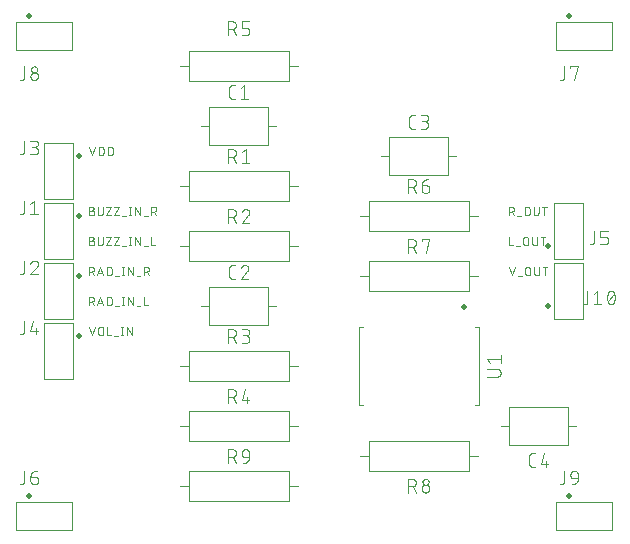
<source format=gbr>
G04 EAGLE Gerber RS-274X export*
G75*
%MOMM*%
%FSLAX34Y34*%
%LPD*%
%INSilkscreen Top*%
%IPPOS*%
%AMOC8*
5,1,8,0,0,1.08239X$1,22.5*%
G01*
%ADD10C,0.076200*%
%ADD11C,0.120000*%
%ADD12C,0.101600*%
%ADD13C,0.500000*%


D10*
X76581Y337947D02*
X79036Y330581D01*
X81492Y337947D01*
X84549Y337947D02*
X84549Y330581D01*
X84549Y337947D02*
X86595Y337947D01*
X86684Y337945D01*
X86773Y337939D01*
X86862Y337929D01*
X86950Y337916D01*
X87038Y337899D01*
X87125Y337877D01*
X87210Y337852D01*
X87295Y337824D01*
X87378Y337791D01*
X87460Y337755D01*
X87540Y337716D01*
X87618Y337673D01*
X87694Y337627D01*
X87769Y337577D01*
X87841Y337524D01*
X87910Y337468D01*
X87977Y337409D01*
X88042Y337348D01*
X88103Y337283D01*
X88162Y337216D01*
X88218Y337147D01*
X88271Y337075D01*
X88321Y337000D01*
X88367Y336924D01*
X88410Y336846D01*
X88449Y336766D01*
X88485Y336684D01*
X88518Y336601D01*
X88546Y336516D01*
X88571Y336431D01*
X88593Y336344D01*
X88610Y336256D01*
X88623Y336168D01*
X88633Y336079D01*
X88639Y335990D01*
X88641Y335901D01*
X88641Y332627D01*
X88639Y332538D01*
X88633Y332449D01*
X88623Y332360D01*
X88610Y332272D01*
X88593Y332184D01*
X88571Y332097D01*
X88546Y332012D01*
X88518Y331927D01*
X88485Y331844D01*
X88449Y331762D01*
X88410Y331682D01*
X88367Y331604D01*
X88321Y331528D01*
X88271Y331453D01*
X88218Y331381D01*
X88162Y331312D01*
X88103Y331245D01*
X88042Y331180D01*
X87977Y331119D01*
X87910Y331060D01*
X87841Y331004D01*
X87769Y330951D01*
X87694Y330901D01*
X87618Y330855D01*
X87540Y330812D01*
X87460Y330773D01*
X87378Y330737D01*
X87295Y330704D01*
X87210Y330676D01*
X87125Y330651D01*
X87038Y330629D01*
X86950Y330612D01*
X86862Y330599D01*
X86773Y330589D01*
X86684Y330583D01*
X86595Y330581D01*
X84549Y330581D01*
X92352Y330581D02*
X92352Y337947D01*
X94398Y337947D01*
X94487Y337945D01*
X94576Y337939D01*
X94665Y337929D01*
X94753Y337916D01*
X94841Y337899D01*
X94928Y337877D01*
X95013Y337852D01*
X95098Y337824D01*
X95181Y337791D01*
X95263Y337755D01*
X95343Y337716D01*
X95421Y337673D01*
X95497Y337627D01*
X95572Y337577D01*
X95644Y337524D01*
X95713Y337468D01*
X95780Y337409D01*
X95845Y337348D01*
X95906Y337283D01*
X95965Y337216D01*
X96021Y337147D01*
X96074Y337075D01*
X96124Y337000D01*
X96170Y336924D01*
X96213Y336846D01*
X96252Y336766D01*
X96288Y336684D01*
X96321Y336601D01*
X96349Y336516D01*
X96374Y336431D01*
X96396Y336344D01*
X96413Y336256D01*
X96426Y336168D01*
X96436Y336079D01*
X96442Y335990D01*
X96444Y335901D01*
X96444Y332627D01*
X96442Y332538D01*
X96436Y332449D01*
X96426Y332360D01*
X96413Y332272D01*
X96396Y332184D01*
X96374Y332097D01*
X96349Y332012D01*
X96321Y331927D01*
X96288Y331844D01*
X96252Y331762D01*
X96213Y331682D01*
X96170Y331604D01*
X96124Y331528D01*
X96074Y331453D01*
X96021Y331381D01*
X95965Y331312D01*
X95906Y331245D01*
X95845Y331180D01*
X95780Y331119D01*
X95713Y331060D01*
X95644Y331004D01*
X95572Y330951D01*
X95497Y330901D01*
X95421Y330855D01*
X95343Y330812D01*
X95263Y330773D01*
X95181Y330737D01*
X95098Y330704D01*
X95013Y330676D01*
X94928Y330651D01*
X94841Y330629D01*
X94753Y330612D01*
X94665Y330599D01*
X94576Y330589D01*
X94487Y330583D01*
X94398Y330581D01*
X92352Y330581D01*
X78627Y258473D02*
X76581Y258473D01*
X78627Y258473D02*
X78716Y258471D01*
X78805Y258465D01*
X78894Y258455D01*
X78982Y258442D01*
X79070Y258425D01*
X79157Y258403D01*
X79242Y258378D01*
X79327Y258350D01*
X79410Y258317D01*
X79492Y258281D01*
X79572Y258242D01*
X79650Y258199D01*
X79726Y258153D01*
X79801Y258103D01*
X79873Y258050D01*
X79942Y257994D01*
X80009Y257935D01*
X80074Y257874D01*
X80135Y257809D01*
X80194Y257742D01*
X80250Y257673D01*
X80303Y257601D01*
X80353Y257526D01*
X80399Y257450D01*
X80442Y257372D01*
X80481Y257292D01*
X80517Y257210D01*
X80550Y257127D01*
X80578Y257042D01*
X80603Y256957D01*
X80625Y256870D01*
X80642Y256782D01*
X80655Y256694D01*
X80665Y256605D01*
X80671Y256516D01*
X80673Y256427D01*
X80671Y256338D01*
X80665Y256249D01*
X80655Y256160D01*
X80642Y256072D01*
X80625Y255984D01*
X80603Y255897D01*
X80578Y255812D01*
X80550Y255727D01*
X80517Y255644D01*
X80481Y255562D01*
X80442Y255482D01*
X80399Y255404D01*
X80353Y255328D01*
X80303Y255253D01*
X80250Y255181D01*
X80194Y255112D01*
X80135Y255045D01*
X80074Y254980D01*
X80009Y254919D01*
X79942Y254860D01*
X79873Y254804D01*
X79801Y254751D01*
X79726Y254701D01*
X79650Y254655D01*
X79572Y254612D01*
X79492Y254573D01*
X79410Y254537D01*
X79327Y254504D01*
X79242Y254476D01*
X79157Y254451D01*
X79070Y254429D01*
X78982Y254412D01*
X78894Y254399D01*
X78805Y254389D01*
X78716Y254383D01*
X78627Y254381D01*
X76581Y254381D01*
X76581Y261747D01*
X78627Y261747D01*
X78706Y261745D01*
X78785Y261739D01*
X78864Y261730D01*
X78942Y261717D01*
X79019Y261699D01*
X79095Y261679D01*
X79170Y261654D01*
X79244Y261626D01*
X79317Y261595D01*
X79388Y261559D01*
X79457Y261521D01*
X79524Y261479D01*
X79589Y261434D01*
X79652Y261386D01*
X79713Y261335D01*
X79770Y261281D01*
X79826Y261225D01*
X79878Y261166D01*
X79928Y261104D01*
X79974Y261040D01*
X80018Y260974D01*
X80058Y260906D01*
X80094Y260836D01*
X80128Y260764D01*
X80158Y260690D01*
X80184Y260616D01*
X80207Y260540D01*
X80225Y260463D01*
X80241Y260386D01*
X80252Y260307D01*
X80260Y260229D01*
X80264Y260150D01*
X80264Y260070D01*
X80260Y259991D01*
X80252Y259913D01*
X80241Y259834D01*
X80225Y259757D01*
X80207Y259680D01*
X80184Y259604D01*
X80158Y259530D01*
X80128Y259456D01*
X80094Y259384D01*
X80058Y259314D01*
X80018Y259246D01*
X79974Y259180D01*
X79928Y259116D01*
X79878Y259054D01*
X79826Y258995D01*
X79770Y258939D01*
X79713Y258885D01*
X79652Y258834D01*
X79589Y258786D01*
X79524Y258741D01*
X79457Y258699D01*
X79388Y258661D01*
X79317Y258625D01*
X79244Y258594D01*
X79170Y258566D01*
X79095Y258541D01*
X79019Y258521D01*
X78942Y258503D01*
X78864Y258490D01*
X78785Y258481D01*
X78706Y258475D01*
X78627Y258473D01*
X83779Y256427D02*
X83779Y261747D01*
X83779Y256427D02*
X83781Y256338D01*
X83787Y256249D01*
X83797Y256160D01*
X83810Y256072D01*
X83827Y255984D01*
X83849Y255897D01*
X83874Y255812D01*
X83902Y255727D01*
X83935Y255644D01*
X83971Y255562D01*
X84010Y255482D01*
X84053Y255404D01*
X84099Y255328D01*
X84149Y255253D01*
X84202Y255181D01*
X84258Y255112D01*
X84317Y255045D01*
X84378Y254980D01*
X84443Y254919D01*
X84510Y254860D01*
X84579Y254804D01*
X84651Y254751D01*
X84726Y254701D01*
X84802Y254655D01*
X84880Y254612D01*
X84960Y254573D01*
X85042Y254537D01*
X85125Y254504D01*
X85210Y254476D01*
X85295Y254451D01*
X85382Y254429D01*
X85470Y254412D01*
X85558Y254399D01*
X85647Y254389D01*
X85736Y254383D01*
X85825Y254381D01*
X85914Y254383D01*
X86003Y254389D01*
X86092Y254399D01*
X86180Y254412D01*
X86268Y254429D01*
X86355Y254451D01*
X86440Y254476D01*
X86525Y254504D01*
X86608Y254537D01*
X86690Y254573D01*
X86770Y254612D01*
X86848Y254655D01*
X86924Y254701D01*
X86999Y254751D01*
X87071Y254804D01*
X87140Y254860D01*
X87207Y254919D01*
X87272Y254980D01*
X87333Y255045D01*
X87392Y255112D01*
X87448Y255181D01*
X87501Y255253D01*
X87551Y255328D01*
X87597Y255404D01*
X87640Y255482D01*
X87679Y255562D01*
X87715Y255644D01*
X87748Y255727D01*
X87776Y255812D01*
X87801Y255897D01*
X87823Y255984D01*
X87840Y256072D01*
X87853Y256160D01*
X87863Y256249D01*
X87869Y256338D01*
X87871Y256427D01*
X87871Y261747D01*
X91094Y261747D02*
X95186Y261747D01*
X91094Y254381D01*
X95186Y254381D01*
X97921Y261747D02*
X102013Y261747D01*
X97921Y254381D01*
X102013Y254381D01*
X104670Y253563D02*
X107944Y253563D01*
X111428Y254381D02*
X111428Y261747D01*
X110609Y254381D02*
X112246Y254381D01*
X112246Y261747D02*
X110609Y261747D01*
X115478Y261747D02*
X115478Y254381D01*
X119570Y254381D02*
X115478Y261747D01*
X119570Y261747D02*
X119570Y254381D01*
X122714Y253563D02*
X125988Y253563D01*
X129148Y254381D02*
X129148Y261747D01*
X129148Y254381D02*
X132422Y254381D01*
X78627Y283873D02*
X76581Y283873D01*
X78627Y283873D02*
X78716Y283871D01*
X78805Y283865D01*
X78894Y283855D01*
X78982Y283842D01*
X79070Y283825D01*
X79157Y283803D01*
X79242Y283778D01*
X79327Y283750D01*
X79410Y283717D01*
X79492Y283681D01*
X79572Y283642D01*
X79650Y283599D01*
X79726Y283553D01*
X79801Y283503D01*
X79873Y283450D01*
X79942Y283394D01*
X80009Y283335D01*
X80074Y283274D01*
X80135Y283209D01*
X80194Y283142D01*
X80250Y283073D01*
X80303Y283001D01*
X80353Y282926D01*
X80399Y282850D01*
X80442Y282772D01*
X80481Y282692D01*
X80517Y282610D01*
X80550Y282527D01*
X80578Y282442D01*
X80603Y282357D01*
X80625Y282270D01*
X80642Y282182D01*
X80655Y282094D01*
X80665Y282005D01*
X80671Y281916D01*
X80673Y281827D01*
X80671Y281738D01*
X80665Y281649D01*
X80655Y281560D01*
X80642Y281472D01*
X80625Y281384D01*
X80603Y281297D01*
X80578Y281212D01*
X80550Y281127D01*
X80517Y281044D01*
X80481Y280962D01*
X80442Y280882D01*
X80399Y280804D01*
X80353Y280728D01*
X80303Y280653D01*
X80250Y280581D01*
X80194Y280512D01*
X80135Y280445D01*
X80074Y280380D01*
X80009Y280319D01*
X79942Y280260D01*
X79873Y280204D01*
X79801Y280151D01*
X79726Y280101D01*
X79650Y280055D01*
X79572Y280012D01*
X79492Y279973D01*
X79410Y279937D01*
X79327Y279904D01*
X79242Y279876D01*
X79157Y279851D01*
X79070Y279829D01*
X78982Y279812D01*
X78894Y279799D01*
X78805Y279789D01*
X78716Y279783D01*
X78627Y279781D01*
X76581Y279781D01*
X76581Y287147D01*
X78627Y287147D01*
X78706Y287145D01*
X78785Y287139D01*
X78864Y287130D01*
X78942Y287117D01*
X79019Y287099D01*
X79095Y287079D01*
X79170Y287054D01*
X79244Y287026D01*
X79317Y286995D01*
X79388Y286959D01*
X79457Y286921D01*
X79524Y286879D01*
X79589Y286834D01*
X79652Y286786D01*
X79713Y286735D01*
X79770Y286681D01*
X79826Y286625D01*
X79878Y286566D01*
X79928Y286504D01*
X79974Y286440D01*
X80018Y286374D01*
X80058Y286306D01*
X80094Y286236D01*
X80128Y286164D01*
X80158Y286090D01*
X80184Y286016D01*
X80207Y285940D01*
X80225Y285863D01*
X80241Y285786D01*
X80252Y285707D01*
X80260Y285629D01*
X80264Y285550D01*
X80264Y285470D01*
X80260Y285391D01*
X80252Y285313D01*
X80241Y285234D01*
X80225Y285157D01*
X80207Y285080D01*
X80184Y285004D01*
X80158Y284930D01*
X80128Y284856D01*
X80094Y284784D01*
X80058Y284714D01*
X80018Y284646D01*
X79974Y284580D01*
X79928Y284516D01*
X79878Y284454D01*
X79826Y284395D01*
X79770Y284339D01*
X79713Y284285D01*
X79652Y284234D01*
X79589Y284186D01*
X79524Y284141D01*
X79457Y284099D01*
X79388Y284061D01*
X79317Y284025D01*
X79244Y283994D01*
X79170Y283966D01*
X79095Y283941D01*
X79019Y283921D01*
X78942Y283903D01*
X78864Y283890D01*
X78785Y283881D01*
X78706Y283875D01*
X78627Y283873D01*
X83779Y281827D02*
X83779Y287147D01*
X83779Y281827D02*
X83781Y281738D01*
X83787Y281649D01*
X83797Y281560D01*
X83810Y281472D01*
X83827Y281384D01*
X83849Y281297D01*
X83874Y281212D01*
X83902Y281127D01*
X83935Y281044D01*
X83971Y280962D01*
X84010Y280882D01*
X84053Y280804D01*
X84099Y280728D01*
X84149Y280653D01*
X84202Y280581D01*
X84258Y280512D01*
X84317Y280445D01*
X84378Y280380D01*
X84443Y280319D01*
X84510Y280260D01*
X84579Y280204D01*
X84651Y280151D01*
X84726Y280101D01*
X84802Y280055D01*
X84880Y280012D01*
X84960Y279973D01*
X85042Y279937D01*
X85125Y279904D01*
X85210Y279876D01*
X85295Y279851D01*
X85382Y279829D01*
X85470Y279812D01*
X85558Y279799D01*
X85647Y279789D01*
X85736Y279783D01*
X85825Y279781D01*
X85914Y279783D01*
X86003Y279789D01*
X86092Y279799D01*
X86180Y279812D01*
X86268Y279829D01*
X86355Y279851D01*
X86440Y279876D01*
X86525Y279904D01*
X86608Y279937D01*
X86690Y279973D01*
X86770Y280012D01*
X86848Y280055D01*
X86924Y280101D01*
X86999Y280151D01*
X87071Y280204D01*
X87140Y280260D01*
X87207Y280319D01*
X87272Y280380D01*
X87333Y280445D01*
X87392Y280512D01*
X87448Y280581D01*
X87501Y280653D01*
X87551Y280728D01*
X87597Y280804D01*
X87640Y280882D01*
X87679Y280962D01*
X87715Y281044D01*
X87748Y281127D01*
X87776Y281212D01*
X87801Y281297D01*
X87823Y281384D01*
X87840Y281472D01*
X87853Y281560D01*
X87863Y281649D01*
X87869Y281738D01*
X87871Y281827D01*
X87871Y287147D01*
X91094Y287147D02*
X95186Y287147D01*
X91094Y279781D01*
X95186Y279781D01*
X97921Y287147D02*
X102013Y287147D01*
X97921Y279781D01*
X102013Y279781D01*
X104670Y278963D02*
X107944Y278963D01*
X111428Y279781D02*
X111428Y287147D01*
X110609Y279781D02*
X112246Y279781D01*
X112246Y287147D02*
X110609Y287147D01*
X115478Y287147D02*
X115478Y279781D01*
X119570Y279781D02*
X115478Y287147D01*
X119570Y287147D02*
X119570Y279781D01*
X122714Y278963D02*
X125988Y278963D01*
X129184Y279781D02*
X129184Y287147D01*
X131230Y287147D01*
X131319Y287145D01*
X131408Y287139D01*
X131497Y287129D01*
X131585Y287116D01*
X131673Y287099D01*
X131760Y287077D01*
X131845Y287052D01*
X131930Y287024D01*
X132013Y286991D01*
X132095Y286955D01*
X132175Y286916D01*
X132253Y286873D01*
X132329Y286827D01*
X132404Y286777D01*
X132476Y286724D01*
X132545Y286668D01*
X132612Y286609D01*
X132677Y286548D01*
X132738Y286483D01*
X132797Y286416D01*
X132853Y286347D01*
X132906Y286275D01*
X132956Y286200D01*
X133002Y286124D01*
X133045Y286046D01*
X133084Y285966D01*
X133120Y285884D01*
X133153Y285801D01*
X133181Y285716D01*
X133206Y285631D01*
X133228Y285544D01*
X133245Y285456D01*
X133258Y285368D01*
X133268Y285279D01*
X133274Y285190D01*
X133276Y285101D01*
X133274Y285012D01*
X133268Y284923D01*
X133258Y284834D01*
X133245Y284746D01*
X133228Y284658D01*
X133206Y284571D01*
X133181Y284486D01*
X133153Y284401D01*
X133120Y284318D01*
X133084Y284236D01*
X133045Y284156D01*
X133002Y284078D01*
X132956Y284002D01*
X132906Y283927D01*
X132853Y283855D01*
X132797Y283786D01*
X132738Y283719D01*
X132677Y283654D01*
X132612Y283593D01*
X132545Y283534D01*
X132476Y283478D01*
X132404Y283425D01*
X132329Y283375D01*
X132253Y283329D01*
X132175Y283286D01*
X132095Y283247D01*
X132013Y283211D01*
X131930Y283178D01*
X131845Y283150D01*
X131760Y283125D01*
X131673Y283103D01*
X131585Y283086D01*
X131497Y283073D01*
X131408Y283063D01*
X131319Y283057D01*
X131230Y283055D01*
X129184Y283055D01*
X131639Y283055D02*
X133276Y279781D01*
X76581Y236347D02*
X76581Y228981D01*
X76581Y236347D02*
X78627Y236347D01*
X78716Y236345D01*
X78805Y236339D01*
X78894Y236329D01*
X78982Y236316D01*
X79070Y236299D01*
X79157Y236277D01*
X79242Y236252D01*
X79327Y236224D01*
X79410Y236191D01*
X79492Y236155D01*
X79572Y236116D01*
X79650Y236073D01*
X79726Y236027D01*
X79801Y235977D01*
X79873Y235924D01*
X79942Y235868D01*
X80009Y235809D01*
X80074Y235748D01*
X80135Y235683D01*
X80194Y235616D01*
X80250Y235547D01*
X80303Y235475D01*
X80353Y235400D01*
X80399Y235324D01*
X80442Y235246D01*
X80481Y235166D01*
X80517Y235084D01*
X80550Y235001D01*
X80578Y234916D01*
X80603Y234831D01*
X80625Y234744D01*
X80642Y234656D01*
X80655Y234568D01*
X80665Y234479D01*
X80671Y234390D01*
X80673Y234301D01*
X80671Y234212D01*
X80665Y234123D01*
X80655Y234034D01*
X80642Y233946D01*
X80625Y233858D01*
X80603Y233771D01*
X80578Y233686D01*
X80550Y233601D01*
X80517Y233518D01*
X80481Y233436D01*
X80442Y233356D01*
X80399Y233278D01*
X80353Y233202D01*
X80303Y233127D01*
X80250Y233055D01*
X80194Y232986D01*
X80135Y232919D01*
X80074Y232854D01*
X80009Y232793D01*
X79942Y232734D01*
X79873Y232678D01*
X79801Y232625D01*
X79726Y232575D01*
X79650Y232529D01*
X79572Y232486D01*
X79492Y232447D01*
X79410Y232411D01*
X79327Y232378D01*
X79242Y232350D01*
X79157Y232325D01*
X79070Y232303D01*
X78982Y232286D01*
X78894Y232273D01*
X78805Y232263D01*
X78716Y232257D01*
X78627Y232255D01*
X76581Y232255D01*
X79036Y232255D02*
X80673Y228981D01*
X83436Y228981D02*
X85891Y236347D01*
X88346Y228981D01*
X87733Y230823D02*
X84050Y230823D01*
X91404Y228981D02*
X91404Y236347D01*
X93450Y236347D01*
X93539Y236345D01*
X93628Y236339D01*
X93717Y236329D01*
X93805Y236316D01*
X93893Y236299D01*
X93980Y236277D01*
X94065Y236252D01*
X94150Y236224D01*
X94233Y236191D01*
X94315Y236155D01*
X94395Y236116D01*
X94473Y236073D01*
X94549Y236027D01*
X94624Y235977D01*
X94696Y235924D01*
X94765Y235868D01*
X94832Y235809D01*
X94897Y235748D01*
X94958Y235683D01*
X95017Y235616D01*
X95073Y235547D01*
X95126Y235475D01*
X95176Y235400D01*
X95222Y235324D01*
X95265Y235246D01*
X95304Y235166D01*
X95340Y235084D01*
X95373Y235001D01*
X95401Y234916D01*
X95426Y234831D01*
X95448Y234744D01*
X95465Y234656D01*
X95478Y234568D01*
X95488Y234479D01*
X95494Y234390D01*
X95496Y234301D01*
X95496Y231027D01*
X95494Y230938D01*
X95488Y230849D01*
X95478Y230760D01*
X95465Y230672D01*
X95448Y230584D01*
X95426Y230497D01*
X95401Y230412D01*
X95373Y230327D01*
X95340Y230244D01*
X95304Y230162D01*
X95265Y230082D01*
X95222Y230004D01*
X95176Y229928D01*
X95126Y229853D01*
X95073Y229781D01*
X95017Y229712D01*
X94958Y229645D01*
X94897Y229580D01*
X94832Y229519D01*
X94765Y229460D01*
X94696Y229404D01*
X94624Y229351D01*
X94549Y229301D01*
X94473Y229255D01*
X94395Y229212D01*
X94315Y229173D01*
X94233Y229137D01*
X94150Y229104D01*
X94065Y229076D01*
X93980Y229051D01*
X93893Y229029D01*
X93805Y229012D01*
X93717Y228999D01*
X93628Y228989D01*
X93539Y228983D01*
X93450Y228981D01*
X91404Y228981D01*
X98641Y228163D02*
X101914Y228163D01*
X105398Y228981D02*
X105398Y236347D01*
X104580Y228981D02*
X106217Y228981D01*
X106217Y236347D02*
X104580Y236347D01*
X109448Y236347D02*
X109448Y228981D01*
X113540Y228981D02*
X109448Y236347D01*
X113540Y236347D02*
X113540Y228981D01*
X116685Y228163D02*
X119959Y228163D01*
X123154Y228981D02*
X123154Y236347D01*
X125200Y236347D01*
X125289Y236345D01*
X125378Y236339D01*
X125467Y236329D01*
X125555Y236316D01*
X125643Y236299D01*
X125730Y236277D01*
X125815Y236252D01*
X125900Y236224D01*
X125983Y236191D01*
X126065Y236155D01*
X126145Y236116D01*
X126223Y236073D01*
X126299Y236027D01*
X126374Y235977D01*
X126446Y235924D01*
X126515Y235868D01*
X126582Y235809D01*
X126647Y235748D01*
X126708Y235683D01*
X126767Y235616D01*
X126823Y235547D01*
X126876Y235475D01*
X126926Y235400D01*
X126972Y235324D01*
X127015Y235246D01*
X127054Y235166D01*
X127090Y235084D01*
X127123Y235001D01*
X127151Y234916D01*
X127176Y234831D01*
X127198Y234744D01*
X127215Y234656D01*
X127228Y234568D01*
X127238Y234479D01*
X127244Y234390D01*
X127246Y234301D01*
X127244Y234212D01*
X127238Y234123D01*
X127228Y234034D01*
X127215Y233946D01*
X127198Y233858D01*
X127176Y233771D01*
X127151Y233686D01*
X127123Y233601D01*
X127090Y233518D01*
X127054Y233436D01*
X127015Y233356D01*
X126972Y233278D01*
X126926Y233202D01*
X126876Y233127D01*
X126823Y233055D01*
X126767Y232986D01*
X126708Y232919D01*
X126647Y232854D01*
X126582Y232793D01*
X126515Y232734D01*
X126446Y232678D01*
X126374Y232625D01*
X126299Y232575D01*
X126223Y232529D01*
X126145Y232486D01*
X126065Y232447D01*
X125983Y232411D01*
X125900Y232378D01*
X125815Y232350D01*
X125730Y232325D01*
X125643Y232303D01*
X125555Y232286D01*
X125467Y232273D01*
X125378Y232263D01*
X125289Y232257D01*
X125200Y232255D01*
X123154Y232255D01*
X125610Y232255D02*
X127246Y228981D01*
X76581Y210947D02*
X76581Y203581D01*
X76581Y210947D02*
X78627Y210947D01*
X78716Y210945D01*
X78805Y210939D01*
X78894Y210929D01*
X78982Y210916D01*
X79070Y210899D01*
X79157Y210877D01*
X79242Y210852D01*
X79327Y210824D01*
X79410Y210791D01*
X79492Y210755D01*
X79572Y210716D01*
X79650Y210673D01*
X79726Y210627D01*
X79801Y210577D01*
X79873Y210524D01*
X79942Y210468D01*
X80009Y210409D01*
X80074Y210348D01*
X80135Y210283D01*
X80194Y210216D01*
X80250Y210147D01*
X80303Y210075D01*
X80353Y210000D01*
X80399Y209924D01*
X80442Y209846D01*
X80481Y209766D01*
X80517Y209684D01*
X80550Y209601D01*
X80578Y209516D01*
X80603Y209431D01*
X80625Y209344D01*
X80642Y209256D01*
X80655Y209168D01*
X80665Y209079D01*
X80671Y208990D01*
X80673Y208901D01*
X80671Y208812D01*
X80665Y208723D01*
X80655Y208634D01*
X80642Y208546D01*
X80625Y208458D01*
X80603Y208371D01*
X80578Y208286D01*
X80550Y208201D01*
X80517Y208118D01*
X80481Y208036D01*
X80442Y207956D01*
X80399Y207878D01*
X80353Y207802D01*
X80303Y207727D01*
X80250Y207655D01*
X80194Y207586D01*
X80135Y207519D01*
X80074Y207454D01*
X80009Y207393D01*
X79942Y207334D01*
X79873Y207278D01*
X79801Y207225D01*
X79726Y207175D01*
X79650Y207129D01*
X79572Y207086D01*
X79492Y207047D01*
X79410Y207011D01*
X79327Y206978D01*
X79242Y206950D01*
X79157Y206925D01*
X79070Y206903D01*
X78982Y206886D01*
X78894Y206873D01*
X78805Y206863D01*
X78716Y206857D01*
X78627Y206855D01*
X76581Y206855D01*
X79036Y206855D02*
X80673Y203581D01*
X83436Y203581D02*
X85891Y210947D01*
X88346Y203581D01*
X87733Y205423D02*
X84050Y205423D01*
X91404Y203581D02*
X91404Y210947D01*
X93450Y210947D01*
X93539Y210945D01*
X93628Y210939D01*
X93717Y210929D01*
X93805Y210916D01*
X93893Y210899D01*
X93980Y210877D01*
X94065Y210852D01*
X94150Y210824D01*
X94233Y210791D01*
X94315Y210755D01*
X94395Y210716D01*
X94473Y210673D01*
X94549Y210627D01*
X94624Y210577D01*
X94696Y210524D01*
X94765Y210468D01*
X94832Y210409D01*
X94897Y210348D01*
X94958Y210283D01*
X95017Y210216D01*
X95073Y210147D01*
X95126Y210075D01*
X95176Y210000D01*
X95222Y209924D01*
X95265Y209846D01*
X95304Y209766D01*
X95340Y209684D01*
X95373Y209601D01*
X95401Y209516D01*
X95426Y209431D01*
X95448Y209344D01*
X95465Y209256D01*
X95478Y209168D01*
X95488Y209079D01*
X95494Y208990D01*
X95496Y208901D01*
X95496Y205627D01*
X95494Y205538D01*
X95488Y205449D01*
X95478Y205360D01*
X95465Y205272D01*
X95448Y205184D01*
X95426Y205097D01*
X95401Y205012D01*
X95373Y204927D01*
X95340Y204844D01*
X95304Y204762D01*
X95265Y204682D01*
X95222Y204604D01*
X95176Y204528D01*
X95126Y204453D01*
X95073Y204381D01*
X95017Y204312D01*
X94958Y204245D01*
X94897Y204180D01*
X94832Y204119D01*
X94765Y204060D01*
X94696Y204004D01*
X94624Y203951D01*
X94549Y203901D01*
X94473Y203855D01*
X94395Y203812D01*
X94315Y203773D01*
X94233Y203737D01*
X94150Y203704D01*
X94065Y203676D01*
X93980Y203651D01*
X93893Y203629D01*
X93805Y203612D01*
X93717Y203599D01*
X93628Y203589D01*
X93539Y203583D01*
X93450Y203581D01*
X91404Y203581D01*
X98641Y202763D02*
X101914Y202763D01*
X105398Y203581D02*
X105398Y210947D01*
X104580Y203581D02*
X106217Y203581D01*
X106217Y210947D02*
X104580Y210947D01*
X109448Y210947D02*
X109448Y203581D01*
X113540Y203581D02*
X109448Y210947D01*
X113540Y210947D02*
X113540Y203581D01*
X116685Y202763D02*
X119959Y202763D01*
X123119Y203581D02*
X123119Y210947D01*
X123119Y203581D02*
X126393Y203581D01*
X76581Y185547D02*
X79036Y178181D01*
X81492Y185547D01*
X84305Y183501D02*
X84305Y180227D01*
X84306Y183501D02*
X84308Y183590D01*
X84314Y183679D01*
X84324Y183768D01*
X84337Y183856D01*
X84354Y183944D01*
X84376Y184031D01*
X84401Y184116D01*
X84429Y184201D01*
X84462Y184284D01*
X84498Y184366D01*
X84537Y184446D01*
X84580Y184524D01*
X84626Y184600D01*
X84676Y184675D01*
X84729Y184747D01*
X84785Y184816D01*
X84844Y184883D01*
X84905Y184948D01*
X84970Y185009D01*
X85037Y185068D01*
X85106Y185124D01*
X85178Y185177D01*
X85253Y185227D01*
X85329Y185273D01*
X85407Y185316D01*
X85487Y185355D01*
X85569Y185391D01*
X85652Y185424D01*
X85737Y185452D01*
X85822Y185477D01*
X85909Y185499D01*
X85997Y185516D01*
X86085Y185529D01*
X86174Y185539D01*
X86263Y185545D01*
X86352Y185547D01*
X86441Y185545D01*
X86530Y185539D01*
X86619Y185529D01*
X86707Y185516D01*
X86795Y185499D01*
X86882Y185477D01*
X86967Y185452D01*
X87052Y185424D01*
X87135Y185391D01*
X87217Y185355D01*
X87297Y185316D01*
X87375Y185273D01*
X87451Y185227D01*
X87526Y185177D01*
X87598Y185124D01*
X87667Y185068D01*
X87734Y185009D01*
X87799Y184948D01*
X87860Y184883D01*
X87919Y184816D01*
X87975Y184747D01*
X88028Y184675D01*
X88078Y184600D01*
X88124Y184524D01*
X88167Y184446D01*
X88206Y184366D01*
X88242Y184284D01*
X88275Y184201D01*
X88303Y184116D01*
X88328Y184031D01*
X88350Y183944D01*
X88367Y183856D01*
X88380Y183768D01*
X88390Y183679D01*
X88396Y183590D01*
X88398Y183501D01*
X88398Y180227D01*
X88396Y180138D01*
X88390Y180049D01*
X88380Y179960D01*
X88367Y179872D01*
X88350Y179784D01*
X88328Y179697D01*
X88303Y179612D01*
X88275Y179527D01*
X88242Y179444D01*
X88206Y179362D01*
X88167Y179282D01*
X88124Y179204D01*
X88078Y179128D01*
X88028Y179053D01*
X87975Y178981D01*
X87919Y178912D01*
X87860Y178845D01*
X87799Y178780D01*
X87734Y178719D01*
X87667Y178660D01*
X87598Y178604D01*
X87526Y178551D01*
X87451Y178501D01*
X87375Y178455D01*
X87297Y178412D01*
X87217Y178373D01*
X87135Y178337D01*
X87052Y178304D01*
X86967Y178276D01*
X86882Y178251D01*
X86795Y178229D01*
X86707Y178212D01*
X86619Y178199D01*
X86530Y178189D01*
X86441Y178183D01*
X86352Y178181D01*
X86263Y178183D01*
X86174Y178189D01*
X86085Y178199D01*
X85997Y178212D01*
X85909Y178229D01*
X85822Y178251D01*
X85737Y178276D01*
X85652Y178304D01*
X85569Y178337D01*
X85487Y178373D01*
X85407Y178412D01*
X85329Y178455D01*
X85253Y178501D01*
X85178Y178551D01*
X85106Y178604D01*
X85037Y178660D01*
X84970Y178719D01*
X84905Y178780D01*
X84844Y178845D01*
X84785Y178912D01*
X84729Y178981D01*
X84676Y179053D01*
X84626Y179128D01*
X84580Y179204D01*
X84537Y179282D01*
X84498Y179362D01*
X84462Y179444D01*
X84429Y179527D01*
X84401Y179612D01*
X84376Y179697D01*
X84354Y179784D01*
X84337Y179872D01*
X84324Y179960D01*
X84314Y180049D01*
X84308Y180138D01*
X84306Y180227D01*
X91880Y178181D02*
X91880Y185547D01*
X91880Y178181D02*
X95154Y178181D01*
X97638Y177363D02*
X100912Y177363D01*
X104396Y178181D02*
X104396Y185547D01*
X103577Y178181D02*
X105214Y178181D01*
X105214Y185547D02*
X103577Y185547D01*
X108446Y185547D02*
X108446Y178181D01*
X112538Y178181D02*
X108446Y185547D01*
X112538Y185547D02*
X112538Y178181D01*
X432181Y279781D02*
X432181Y287147D01*
X434227Y287147D01*
X434316Y287145D01*
X434405Y287139D01*
X434494Y287129D01*
X434582Y287116D01*
X434670Y287099D01*
X434757Y287077D01*
X434842Y287052D01*
X434927Y287024D01*
X435010Y286991D01*
X435092Y286955D01*
X435172Y286916D01*
X435250Y286873D01*
X435326Y286827D01*
X435401Y286777D01*
X435473Y286724D01*
X435542Y286668D01*
X435609Y286609D01*
X435674Y286548D01*
X435735Y286483D01*
X435794Y286416D01*
X435850Y286347D01*
X435903Y286275D01*
X435953Y286200D01*
X435999Y286124D01*
X436042Y286046D01*
X436081Y285966D01*
X436117Y285884D01*
X436150Y285801D01*
X436178Y285716D01*
X436203Y285631D01*
X436225Y285544D01*
X436242Y285456D01*
X436255Y285368D01*
X436265Y285279D01*
X436271Y285190D01*
X436273Y285101D01*
X436271Y285012D01*
X436265Y284923D01*
X436255Y284834D01*
X436242Y284746D01*
X436225Y284658D01*
X436203Y284571D01*
X436178Y284486D01*
X436150Y284401D01*
X436117Y284318D01*
X436081Y284236D01*
X436042Y284156D01*
X435999Y284078D01*
X435953Y284002D01*
X435903Y283927D01*
X435850Y283855D01*
X435794Y283786D01*
X435735Y283719D01*
X435674Y283654D01*
X435609Y283593D01*
X435542Y283534D01*
X435473Y283478D01*
X435401Y283425D01*
X435326Y283375D01*
X435250Y283329D01*
X435172Y283286D01*
X435092Y283247D01*
X435010Y283211D01*
X434927Y283178D01*
X434842Y283150D01*
X434757Y283125D01*
X434670Y283103D01*
X434582Y283086D01*
X434494Y283073D01*
X434405Y283063D01*
X434316Y283057D01*
X434227Y283055D01*
X432181Y283055D01*
X434636Y283055D02*
X436273Y279781D01*
X439123Y278963D02*
X442396Y278963D01*
X445297Y281827D02*
X445297Y285101D01*
X445299Y285190D01*
X445305Y285279D01*
X445315Y285368D01*
X445328Y285456D01*
X445345Y285544D01*
X445367Y285631D01*
X445392Y285716D01*
X445420Y285801D01*
X445453Y285884D01*
X445489Y285966D01*
X445528Y286046D01*
X445571Y286124D01*
X445617Y286200D01*
X445667Y286275D01*
X445720Y286347D01*
X445776Y286416D01*
X445835Y286483D01*
X445896Y286548D01*
X445961Y286609D01*
X446028Y286668D01*
X446097Y286724D01*
X446169Y286777D01*
X446244Y286827D01*
X446320Y286873D01*
X446398Y286916D01*
X446478Y286955D01*
X446560Y286991D01*
X446643Y287024D01*
X446728Y287052D01*
X446813Y287077D01*
X446900Y287099D01*
X446988Y287116D01*
X447076Y287129D01*
X447165Y287139D01*
X447254Y287145D01*
X447343Y287147D01*
X447432Y287145D01*
X447521Y287139D01*
X447610Y287129D01*
X447698Y287116D01*
X447786Y287099D01*
X447873Y287077D01*
X447958Y287052D01*
X448043Y287024D01*
X448126Y286991D01*
X448208Y286955D01*
X448288Y286916D01*
X448366Y286873D01*
X448442Y286827D01*
X448517Y286777D01*
X448589Y286724D01*
X448658Y286668D01*
X448725Y286609D01*
X448790Y286548D01*
X448851Y286483D01*
X448910Y286416D01*
X448966Y286347D01*
X449019Y286275D01*
X449069Y286200D01*
X449115Y286124D01*
X449158Y286046D01*
X449197Y285966D01*
X449233Y285884D01*
X449266Y285801D01*
X449294Y285716D01*
X449319Y285631D01*
X449341Y285544D01*
X449358Y285456D01*
X449371Y285368D01*
X449381Y285279D01*
X449387Y285190D01*
X449389Y285101D01*
X449389Y281827D01*
X449387Y281738D01*
X449381Y281649D01*
X449371Y281560D01*
X449358Y281472D01*
X449341Y281384D01*
X449319Y281297D01*
X449294Y281212D01*
X449266Y281127D01*
X449233Y281044D01*
X449197Y280962D01*
X449158Y280882D01*
X449115Y280804D01*
X449069Y280728D01*
X449019Y280653D01*
X448966Y280581D01*
X448910Y280512D01*
X448851Y280445D01*
X448790Y280380D01*
X448725Y280319D01*
X448658Y280260D01*
X448589Y280204D01*
X448517Y280151D01*
X448442Y280101D01*
X448366Y280055D01*
X448288Y280012D01*
X448208Y279973D01*
X448126Y279937D01*
X448043Y279904D01*
X447958Y279876D01*
X447873Y279851D01*
X447786Y279829D01*
X447698Y279812D01*
X447610Y279799D01*
X447521Y279789D01*
X447432Y279783D01*
X447343Y279781D01*
X447254Y279783D01*
X447165Y279789D01*
X447076Y279799D01*
X446988Y279812D01*
X446900Y279829D01*
X446813Y279851D01*
X446728Y279876D01*
X446643Y279904D01*
X446560Y279937D01*
X446478Y279973D01*
X446398Y280012D01*
X446320Y280055D01*
X446244Y280101D01*
X446169Y280151D01*
X446097Y280204D01*
X446028Y280260D01*
X445961Y280319D01*
X445896Y280380D01*
X445835Y280445D01*
X445776Y280512D01*
X445720Y280581D01*
X445667Y280653D01*
X445617Y280728D01*
X445571Y280804D01*
X445528Y280882D01*
X445489Y280962D01*
X445453Y281044D01*
X445420Y281127D01*
X445392Y281212D01*
X445367Y281297D01*
X445345Y281384D01*
X445328Y281472D01*
X445315Y281560D01*
X445305Y281649D01*
X445299Y281738D01*
X445297Y281827D01*
X452856Y281827D02*
X452856Y287147D01*
X452856Y281827D02*
X452858Y281738D01*
X452864Y281649D01*
X452874Y281560D01*
X452887Y281472D01*
X452904Y281384D01*
X452926Y281297D01*
X452951Y281212D01*
X452979Y281127D01*
X453012Y281044D01*
X453048Y280962D01*
X453087Y280882D01*
X453130Y280804D01*
X453176Y280728D01*
X453226Y280653D01*
X453279Y280581D01*
X453335Y280512D01*
X453394Y280445D01*
X453455Y280380D01*
X453520Y280319D01*
X453587Y280260D01*
X453656Y280204D01*
X453728Y280151D01*
X453803Y280101D01*
X453879Y280055D01*
X453957Y280012D01*
X454037Y279973D01*
X454119Y279937D01*
X454202Y279904D01*
X454287Y279876D01*
X454372Y279851D01*
X454459Y279829D01*
X454547Y279812D01*
X454635Y279799D01*
X454724Y279789D01*
X454813Y279783D01*
X454902Y279781D01*
X454991Y279783D01*
X455080Y279789D01*
X455169Y279799D01*
X455257Y279812D01*
X455345Y279829D01*
X455432Y279851D01*
X455517Y279876D01*
X455602Y279904D01*
X455685Y279937D01*
X455767Y279973D01*
X455847Y280012D01*
X455925Y280055D01*
X456001Y280101D01*
X456076Y280151D01*
X456148Y280204D01*
X456217Y280260D01*
X456284Y280319D01*
X456349Y280380D01*
X456410Y280445D01*
X456469Y280512D01*
X456525Y280581D01*
X456578Y280653D01*
X456628Y280728D01*
X456674Y280804D01*
X456717Y280882D01*
X456756Y280962D01*
X456792Y281044D01*
X456825Y281127D01*
X456853Y281212D01*
X456878Y281297D01*
X456900Y281384D01*
X456917Y281472D01*
X456930Y281560D01*
X456940Y281649D01*
X456946Y281738D01*
X456948Y281827D01*
X456948Y287147D01*
X461974Y287147D02*
X461974Y279781D01*
X459928Y287147D02*
X464020Y287147D01*
X432181Y261747D02*
X432181Y254381D01*
X435455Y254381D01*
X437939Y253563D02*
X441213Y253563D01*
X444113Y256427D02*
X444113Y259701D01*
X444114Y259701D02*
X444116Y259790D01*
X444122Y259879D01*
X444132Y259968D01*
X444145Y260056D01*
X444162Y260144D01*
X444184Y260231D01*
X444209Y260316D01*
X444237Y260401D01*
X444270Y260484D01*
X444306Y260566D01*
X444345Y260646D01*
X444388Y260724D01*
X444434Y260800D01*
X444484Y260875D01*
X444537Y260947D01*
X444593Y261016D01*
X444652Y261083D01*
X444713Y261148D01*
X444778Y261209D01*
X444845Y261268D01*
X444914Y261324D01*
X444986Y261377D01*
X445061Y261427D01*
X445137Y261473D01*
X445215Y261516D01*
X445295Y261555D01*
X445377Y261591D01*
X445460Y261624D01*
X445545Y261652D01*
X445630Y261677D01*
X445717Y261699D01*
X445805Y261716D01*
X445893Y261729D01*
X445982Y261739D01*
X446071Y261745D01*
X446160Y261747D01*
X446249Y261745D01*
X446338Y261739D01*
X446427Y261729D01*
X446515Y261716D01*
X446603Y261699D01*
X446690Y261677D01*
X446775Y261652D01*
X446860Y261624D01*
X446943Y261591D01*
X447025Y261555D01*
X447105Y261516D01*
X447183Y261473D01*
X447259Y261427D01*
X447334Y261377D01*
X447406Y261324D01*
X447475Y261268D01*
X447542Y261209D01*
X447607Y261148D01*
X447668Y261083D01*
X447727Y261016D01*
X447783Y260947D01*
X447836Y260875D01*
X447886Y260800D01*
X447932Y260724D01*
X447975Y260646D01*
X448014Y260566D01*
X448050Y260484D01*
X448083Y260401D01*
X448111Y260316D01*
X448136Y260231D01*
X448158Y260144D01*
X448175Y260056D01*
X448188Y259968D01*
X448198Y259879D01*
X448204Y259790D01*
X448206Y259701D01*
X448206Y256427D01*
X448204Y256338D01*
X448198Y256249D01*
X448188Y256160D01*
X448175Y256072D01*
X448158Y255984D01*
X448136Y255897D01*
X448111Y255812D01*
X448083Y255727D01*
X448050Y255644D01*
X448014Y255562D01*
X447975Y255482D01*
X447932Y255404D01*
X447886Y255328D01*
X447836Y255253D01*
X447783Y255181D01*
X447727Y255112D01*
X447668Y255045D01*
X447607Y254980D01*
X447542Y254919D01*
X447475Y254860D01*
X447406Y254804D01*
X447334Y254751D01*
X447259Y254701D01*
X447183Y254655D01*
X447105Y254612D01*
X447025Y254573D01*
X446943Y254537D01*
X446860Y254504D01*
X446775Y254476D01*
X446690Y254451D01*
X446603Y254429D01*
X446515Y254412D01*
X446427Y254399D01*
X446338Y254389D01*
X446249Y254383D01*
X446160Y254381D01*
X446071Y254383D01*
X445982Y254389D01*
X445893Y254399D01*
X445805Y254412D01*
X445717Y254429D01*
X445630Y254451D01*
X445545Y254476D01*
X445460Y254504D01*
X445377Y254537D01*
X445295Y254573D01*
X445215Y254612D01*
X445137Y254655D01*
X445061Y254701D01*
X444986Y254751D01*
X444914Y254804D01*
X444845Y254860D01*
X444778Y254919D01*
X444713Y254980D01*
X444652Y255045D01*
X444593Y255112D01*
X444537Y255181D01*
X444484Y255253D01*
X444434Y255328D01*
X444388Y255404D01*
X444345Y255482D01*
X444306Y255562D01*
X444270Y255644D01*
X444237Y255727D01*
X444209Y255812D01*
X444184Y255897D01*
X444162Y255984D01*
X444145Y256072D01*
X444132Y256160D01*
X444122Y256249D01*
X444116Y256338D01*
X444114Y256427D01*
X451672Y256427D02*
X451672Y261747D01*
X451673Y256427D02*
X451675Y256338D01*
X451681Y256249D01*
X451691Y256160D01*
X451704Y256072D01*
X451721Y255984D01*
X451743Y255897D01*
X451768Y255812D01*
X451796Y255727D01*
X451829Y255644D01*
X451865Y255562D01*
X451904Y255482D01*
X451947Y255404D01*
X451993Y255328D01*
X452043Y255253D01*
X452096Y255181D01*
X452152Y255112D01*
X452211Y255045D01*
X452272Y254980D01*
X452337Y254919D01*
X452404Y254860D01*
X452473Y254804D01*
X452545Y254751D01*
X452620Y254701D01*
X452696Y254655D01*
X452774Y254612D01*
X452854Y254573D01*
X452936Y254537D01*
X453019Y254504D01*
X453104Y254476D01*
X453189Y254451D01*
X453276Y254429D01*
X453364Y254412D01*
X453452Y254399D01*
X453541Y254389D01*
X453630Y254383D01*
X453719Y254381D01*
X453808Y254383D01*
X453897Y254389D01*
X453986Y254399D01*
X454074Y254412D01*
X454162Y254429D01*
X454249Y254451D01*
X454334Y254476D01*
X454419Y254504D01*
X454502Y254537D01*
X454584Y254573D01*
X454664Y254612D01*
X454742Y254655D01*
X454818Y254701D01*
X454893Y254751D01*
X454965Y254804D01*
X455034Y254860D01*
X455101Y254919D01*
X455166Y254980D01*
X455227Y255045D01*
X455286Y255112D01*
X455342Y255181D01*
X455395Y255253D01*
X455445Y255328D01*
X455491Y255404D01*
X455534Y255482D01*
X455573Y255562D01*
X455609Y255644D01*
X455642Y255727D01*
X455670Y255812D01*
X455695Y255897D01*
X455717Y255984D01*
X455734Y256072D01*
X455747Y256160D01*
X455757Y256249D01*
X455763Y256338D01*
X455765Y256427D01*
X455765Y261747D01*
X460790Y261747D02*
X460790Y254381D01*
X458744Y261747D02*
X462836Y261747D01*
X432181Y236347D02*
X434636Y228981D01*
X437092Y236347D01*
X439583Y228163D02*
X442857Y228163D01*
X445758Y231027D02*
X445758Y234301D01*
X445760Y234390D01*
X445766Y234479D01*
X445776Y234568D01*
X445789Y234656D01*
X445806Y234744D01*
X445828Y234831D01*
X445853Y234916D01*
X445881Y235001D01*
X445914Y235084D01*
X445950Y235166D01*
X445989Y235246D01*
X446032Y235324D01*
X446078Y235400D01*
X446128Y235475D01*
X446181Y235547D01*
X446237Y235616D01*
X446296Y235683D01*
X446357Y235748D01*
X446422Y235809D01*
X446489Y235868D01*
X446558Y235924D01*
X446630Y235977D01*
X446705Y236027D01*
X446781Y236073D01*
X446859Y236116D01*
X446939Y236155D01*
X447021Y236191D01*
X447104Y236224D01*
X447189Y236252D01*
X447274Y236277D01*
X447361Y236299D01*
X447449Y236316D01*
X447537Y236329D01*
X447626Y236339D01*
X447715Y236345D01*
X447804Y236347D01*
X447893Y236345D01*
X447982Y236339D01*
X448071Y236329D01*
X448159Y236316D01*
X448247Y236299D01*
X448334Y236277D01*
X448419Y236252D01*
X448504Y236224D01*
X448587Y236191D01*
X448669Y236155D01*
X448749Y236116D01*
X448827Y236073D01*
X448903Y236027D01*
X448978Y235977D01*
X449050Y235924D01*
X449119Y235868D01*
X449186Y235809D01*
X449251Y235748D01*
X449312Y235683D01*
X449371Y235616D01*
X449427Y235547D01*
X449480Y235475D01*
X449530Y235400D01*
X449576Y235324D01*
X449619Y235246D01*
X449658Y235166D01*
X449694Y235084D01*
X449727Y235001D01*
X449755Y234916D01*
X449780Y234831D01*
X449802Y234744D01*
X449819Y234656D01*
X449832Y234568D01*
X449842Y234479D01*
X449848Y234390D01*
X449850Y234301D01*
X449850Y231027D01*
X449848Y230938D01*
X449842Y230849D01*
X449832Y230760D01*
X449819Y230672D01*
X449802Y230584D01*
X449780Y230497D01*
X449755Y230412D01*
X449727Y230327D01*
X449694Y230244D01*
X449658Y230162D01*
X449619Y230082D01*
X449576Y230004D01*
X449530Y229928D01*
X449480Y229853D01*
X449427Y229781D01*
X449371Y229712D01*
X449312Y229645D01*
X449251Y229580D01*
X449186Y229519D01*
X449119Y229460D01*
X449050Y229404D01*
X448978Y229351D01*
X448903Y229301D01*
X448827Y229255D01*
X448749Y229212D01*
X448669Y229173D01*
X448587Y229137D01*
X448504Y229104D01*
X448419Y229076D01*
X448334Y229051D01*
X448247Y229029D01*
X448159Y229012D01*
X448071Y228999D01*
X447982Y228989D01*
X447893Y228983D01*
X447804Y228981D01*
X447715Y228983D01*
X447626Y228989D01*
X447537Y228999D01*
X447449Y229012D01*
X447361Y229029D01*
X447274Y229051D01*
X447189Y229076D01*
X447104Y229104D01*
X447021Y229137D01*
X446939Y229173D01*
X446859Y229212D01*
X446781Y229255D01*
X446705Y229301D01*
X446630Y229351D01*
X446558Y229404D01*
X446489Y229460D01*
X446422Y229519D01*
X446357Y229580D01*
X446296Y229645D01*
X446237Y229712D01*
X446181Y229781D01*
X446128Y229853D01*
X446078Y229928D01*
X446032Y230004D01*
X445989Y230082D01*
X445950Y230162D01*
X445914Y230244D01*
X445881Y230327D01*
X445853Y230412D01*
X445828Y230497D01*
X445806Y230584D01*
X445789Y230672D01*
X445776Y230760D01*
X445766Y230849D01*
X445760Y230938D01*
X445758Y231027D01*
X453317Y231027D02*
X453317Y236347D01*
X453317Y231027D02*
X453319Y230938D01*
X453325Y230849D01*
X453335Y230760D01*
X453348Y230672D01*
X453365Y230584D01*
X453387Y230497D01*
X453412Y230412D01*
X453440Y230327D01*
X453473Y230244D01*
X453509Y230162D01*
X453548Y230082D01*
X453591Y230004D01*
X453637Y229928D01*
X453687Y229853D01*
X453740Y229781D01*
X453796Y229712D01*
X453855Y229645D01*
X453916Y229580D01*
X453981Y229519D01*
X454048Y229460D01*
X454117Y229404D01*
X454189Y229351D01*
X454264Y229301D01*
X454340Y229255D01*
X454418Y229212D01*
X454498Y229173D01*
X454580Y229137D01*
X454663Y229104D01*
X454748Y229076D01*
X454833Y229051D01*
X454920Y229029D01*
X455008Y229012D01*
X455096Y228999D01*
X455185Y228989D01*
X455274Y228983D01*
X455363Y228981D01*
X455452Y228983D01*
X455541Y228989D01*
X455630Y228999D01*
X455718Y229012D01*
X455806Y229029D01*
X455893Y229051D01*
X455978Y229076D01*
X456063Y229104D01*
X456146Y229137D01*
X456228Y229173D01*
X456308Y229212D01*
X456386Y229255D01*
X456462Y229301D01*
X456537Y229351D01*
X456609Y229404D01*
X456678Y229460D01*
X456745Y229519D01*
X456810Y229580D01*
X456871Y229645D01*
X456930Y229712D01*
X456986Y229781D01*
X457039Y229853D01*
X457089Y229928D01*
X457135Y230004D01*
X457178Y230082D01*
X457217Y230162D01*
X457253Y230244D01*
X457286Y230327D01*
X457314Y230412D01*
X457339Y230497D01*
X457361Y230584D01*
X457378Y230672D01*
X457391Y230760D01*
X457401Y230849D01*
X457407Y230938D01*
X457409Y231027D01*
X457409Y236347D01*
X462434Y236347D02*
X462434Y228981D01*
X460388Y236347D02*
X464480Y236347D01*
D11*
X178200Y339600D02*
X178200Y371600D01*
X178200Y339600D02*
X228200Y339600D01*
X228200Y371600D01*
X178200Y371600D01*
X178200Y355600D02*
X171590Y355600D01*
X228200Y355600D02*
X234810Y355600D01*
D12*
X200368Y378458D02*
X197772Y378458D01*
X197673Y378460D01*
X197573Y378466D01*
X197474Y378475D01*
X197376Y378488D01*
X197278Y378505D01*
X197180Y378526D01*
X197084Y378551D01*
X196989Y378579D01*
X196895Y378611D01*
X196802Y378646D01*
X196710Y378685D01*
X196620Y378728D01*
X196532Y378773D01*
X196445Y378823D01*
X196361Y378875D01*
X196278Y378931D01*
X196198Y378989D01*
X196120Y379051D01*
X196045Y379116D01*
X195972Y379184D01*
X195902Y379254D01*
X195834Y379327D01*
X195769Y379402D01*
X195707Y379480D01*
X195649Y379560D01*
X195593Y379643D01*
X195541Y379727D01*
X195491Y379814D01*
X195446Y379902D01*
X195403Y379992D01*
X195364Y380084D01*
X195329Y380177D01*
X195297Y380271D01*
X195269Y380366D01*
X195244Y380462D01*
X195223Y380560D01*
X195206Y380658D01*
X195193Y380756D01*
X195184Y380855D01*
X195178Y380955D01*
X195176Y381054D01*
X195175Y381054D02*
X195175Y387546D01*
X195176Y387546D02*
X195178Y387645D01*
X195184Y387745D01*
X195193Y387844D01*
X195206Y387942D01*
X195223Y388040D01*
X195244Y388138D01*
X195269Y388234D01*
X195297Y388329D01*
X195329Y388423D01*
X195364Y388516D01*
X195403Y388608D01*
X195446Y388698D01*
X195491Y388786D01*
X195541Y388873D01*
X195593Y388957D01*
X195649Y389040D01*
X195707Y389120D01*
X195769Y389198D01*
X195834Y389273D01*
X195902Y389346D01*
X195972Y389416D01*
X196045Y389484D01*
X196120Y389549D01*
X196198Y389611D01*
X196278Y389669D01*
X196361Y389725D01*
X196445Y389777D01*
X196532Y389827D01*
X196620Y389872D01*
X196710Y389915D01*
X196802Y389954D01*
X196894Y389989D01*
X196989Y390021D01*
X197084Y390049D01*
X197180Y390074D01*
X197278Y390095D01*
X197376Y390112D01*
X197474Y390125D01*
X197573Y390134D01*
X197673Y390140D01*
X197772Y390142D01*
X200368Y390142D01*
X204734Y387546D02*
X207979Y390142D01*
X207979Y378458D01*
X204734Y378458D02*
X211225Y378458D01*
D11*
X178200Y219200D02*
X178200Y187200D01*
X228200Y187200D01*
X228200Y219200D01*
X178200Y219200D01*
X178200Y203200D02*
X171590Y203200D01*
X228200Y203200D02*
X234810Y203200D01*
D12*
X200368Y226058D02*
X197772Y226058D01*
X197673Y226060D01*
X197573Y226066D01*
X197474Y226075D01*
X197376Y226088D01*
X197278Y226105D01*
X197180Y226126D01*
X197084Y226151D01*
X196989Y226179D01*
X196895Y226211D01*
X196802Y226246D01*
X196710Y226285D01*
X196620Y226328D01*
X196532Y226373D01*
X196445Y226423D01*
X196361Y226475D01*
X196278Y226531D01*
X196198Y226589D01*
X196120Y226651D01*
X196045Y226716D01*
X195972Y226784D01*
X195902Y226854D01*
X195834Y226927D01*
X195769Y227002D01*
X195707Y227080D01*
X195649Y227160D01*
X195593Y227243D01*
X195541Y227327D01*
X195491Y227414D01*
X195446Y227502D01*
X195403Y227592D01*
X195364Y227684D01*
X195329Y227777D01*
X195297Y227871D01*
X195269Y227966D01*
X195244Y228062D01*
X195223Y228160D01*
X195206Y228258D01*
X195193Y228356D01*
X195184Y228455D01*
X195178Y228555D01*
X195176Y228654D01*
X195175Y228654D02*
X195175Y235146D01*
X195176Y235146D02*
X195178Y235245D01*
X195184Y235345D01*
X195193Y235444D01*
X195206Y235542D01*
X195223Y235640D01*
X195244Y235738D01*
X195269Y235834D01*
X195297Y235929D01*
X195329Y236023D01*
X195364Y236116D01*
X195403Y236208D01*
X195446Y236298D01*
X195491Y236386D01*
X195541Y236473D01*
X195593Y236557D01*
X195649Y236640D01*
X195707Y236720D01*
X195769Y236798D01*
X195834Y236873D01*
X195902Y236946D01*
X195972Y237016D01*
X196045Y237084D01*
X196120Y237149D01*
X196198Y237211D01*
X196278Y237269D01*
X196361Y237325D01*
X196445Y237377D01*
X196532Y237427D01*
X196620Y237472D01*
X196710Y237515D01*
X196802Y237554D01*
X196894Y237589D01*
X196989Y237621D01*
X197084Y237649D01*
X197180Y237674D01*
X197278Y237695D01*
X197376Y237712D01*
X197474Y237725D01*
X197573Y237734D01*
X197673Y237740D01*
X197772Y237742D01*
X200368Y237742D01*
X208304Y237742D02*
X208411Y237740D01*
X208517Y237734D01*
X208623Y237724D01*
X208729Y237711D01*
X208835Y237693D01*
X208939Y237672D01*
X209043Y237647D01*
X209146Y237618D01*
X209247Y237586D01*
X209347Y237549D01*
X209446Y237509D01*
X209544Y237466D01*
X209640Y237419D01*
X209734Y237368D01*
X209826Y237314D01*
X209916Y237257D01*
X210004Y237197D01*
X210089Y237133D01*
X210172Y237066D01*
X210253Y236996D01*
X210331Y236924D01*
X210407Y236848D01*
X210479Y236770D01*
X210549Y236689D01*
X210616Y236606D01*
X210680Y236521D01*
X210740Y236433D01*
X210797Y236343D01*
X210851Y236251D01*
X210902Y236157D01*
X210949Y236061D01*
X210992Y235963D01*
X211032Y235864D01*
X211069Y235764D01*
X211101Y235663D01*
X211130Y235560D01*
X211155Y235456D01*
X211176Y235352D01*
X211194Y235246D01*
X211207Y235140D01*
X211217Y235034D01*
X211223Y234928D01*
X211225Y234821D01*
X208304Y237742D02*
X208183Y237740D01*
X208062Y237734D01*
X207942Y237724D01*
X207821Y237711D01*
X207702Y237693D01*
X207582Y237672D01*
X207464Y237647D01*
X207347Y237618D01*
X207230Y237585D01*
X207115Y237549D01*
X207001Y237508D01*
X206888Y237465D01*
X206776Y237417D01*
X206667Y237366D01*
X206559Y237311D01*
X206452Y237253D01*
X206348Y237192D01*
X206246Y237127D01*
X206146Y237059D01*
X206048Y236988D01*
X205952Y236914D01*
X205859Y236837D01*
X205769Y236756D01*
X205681Y236673D01*
X205596Y236587D01*
X205513Y236498D01*
X205434Y236407D01*
X205357Y236313D01*
X205284Y236217D01*
X205214Y236119D01*
X205147Y236018D01*
X205083Y235915D01*
X205023Y235810D01*
X204966Y235703D01*
X204912Y235595D01*
X204862Y235485D01*
X204816Y235373D01*
X204773Y235260D01*
X204734Y235145D01*
X210251Y232549D02*
X210330Y232626D01*
X210406Y232707D01*
X210479Y232790D01*
X210549Y232875D01*
X210616Y232963D01*
X210680Y233053D01*
X210740Y233145D01*
X210797Y233240D01*
X210851Y233336D01*
X210902Y233434D01*
X210949Y233534D01*
X210993Y233636D01*
X211033Y233739D01*
X211069Y233843D01*
X211101Y233949D01*
X211130Y234055D01*
X211155Y234163D01*
X211177Y234271D01*
X211194Y234381D01*
X211208Y234490D01*
X211217Y234600D01*
X211223Y234711D01*
X211225Y234821D01*
X210251Y232549D02*
X204734Y226058D01*
X211225Y226058D01*
D11*
X380600Y314200D02*
X380600Y346200D01*
X330600Y346200D01*
X330600Y314200D01*
X380600Y314200D01*
X380600Y330200D02*
X387210Y330200D01*
X330600Y330200D02*
X323990Y330200D01*
D12*
X350172Y353058D02*
X352768Y353058D01*
X350172Y353058D02*
X350073Y353060D01*
X349973Y353066D01*
X349874Y353075D01*
X349776Y353088D01*
X349678Y353105D01*
X349580Y353126D01*
X349484Y353151D01*
X349389Y353179D01*
X349295Y353211D01*
X349202Y353246D01*
X349110Y353285D01*
X349020Y353328D01*
X348932Y353373D01*
X348845Y353423D01*
X348761Y353475D01*
X348678Y353531D01*
X348598Y353589D01*
X348520Y353651D01*
X348445Y353716D01*
X348372Y353784D01*
X348302Y353854D01*
X348234Y353927D01*
X348169Y354002D01*
X348107Y354080D01*
X348049Y354160D01*
X347993Y354243D01*
X347941Y354327D01*
X347891Y354414D01*
X347846Y354502D01*
X347803Y354592D01*
X347764Y354684D01*
X347729Y354777D01*
X347697Y354871D01*
X347669Y354966D01*
X347644Y355062D01*
X347623Y355160D01*
X347606Y355258D01*
X347593Y355356D01*
X347584Y355455D01*
X347578Y355555D01*
X347576Y355654D01*
X347575Y355654D02*
X347575Y362146D01*
X347576Y362146D02*
X347578Y362245D01*
X347584Y362345D01*
X347593Y362444D01*
X347606Y362542D01*
X347623Y362640D01*
X347644Y362738D01*
X347669Y362834D01*
X347697Y362929D01*
X347729Y363023D01*
X347764Y363116D01*
X347803Y363208D01*
X347846Y363298D01*
X347891Y363386D01*
X347941Y363473D01*
X347993Y363557D01*
X348049Y363640D01*
X348107Y363720D01*
X348169Y363798D01*
X348234Y363873D01*
X348302Y363946D01*
X348372Y364016D01*
X348445Y364084D01*
X348520Y364149D01*
X348598Y364211D01*
X348678Y364269D01*
X348761Y364325D01*
X348845Y364377D01*
X348932Y364427D01*
X349020Y364472D01*
X349110Y364515D01*
X349202Y364554D01*
X349294Y364589D01*
X349389Y364621D01*
X349484Y364649D01*
X349580Y364674D01*
X349678Y364695D01*
X349776Y364712D01*
X349874Y364725D01*
X349973Y364734D01*
X350073Y364740D01*
X350172Y364742D01*
X352768Y364742D01*
X357134Y353058D02*
X360379Y353058D01*
X360492Y353060D01*
X360605Y353066D01*
X360718Y353076D01*
X360831Y353090D01*
X360943Y353107D01*
X361054Y353129D01*
X361164Y353154D01*
X361274Y353184D01*
X361382Y353217D01*
X361489Y353254D01*
X361595Y353294D01*
X361699Y353339D01*
X361802Y353387D01*
X361903Y353438D01*
X362002Y353493D01*
X362099Y353551D01*
X362194Y353613D01*
X362287Y353678D01*
X362377Y353746D01*
X362465Y353817D01*
X362551Y353892D01*
X362634Y353969D01*
X362714Y354049D01*
X362791Y354132D01*
X362866Y354218D01*
X362937Y354306D01*
X363005Y354396D01*
X363070Y354489D01*
X363132Y354584D01*
X363190Y354681D01*
X363245Y354780D01*
X363296Y354881D01*
X363344Y354984D01*
X363389Y355088D01*
X363429Y355194D01*
X363466Y355301D01*
X363499Y355409D01*
X363529Y355519D01*
X363554Y355629D01*
X363576Y355740D01*
X363593Y355852D01*
X363607Y355965D01*
X363617Y356078D01*
X363623Y356191D01*
X363625Y356304D01*
X363623Y356417D01*
X363617Y356530D01*
X363607Y356643D01*
X363593Y356756D01*
X363576Y356868D01*
X363554Y356979D01*
X363529Y357089D01*
X363499Y357199D01*
X363466Y357307D01*
X363429Y357414D01*
X363389Y357520D01*
X363344Y357624D01*
X363296Y357727D01*
X363245Y357828D01*
X363190Y357927D01*
X363132Y358024D01*
X363070Y358119D01*
X363005Y358212D01*
X362937Y358302D01*
X362866Y358390D01*
X362791Y358476D01*
X362714Y358559D01*
X362634Y358639D01*
X362551Y358716D01*
X362465Y358791D01*
X362377Y358862D01*
X362287Y358930D01*
X362194Y358995D01*
X362099Y359057D01*
X362002Y359115D01*
X361903Y359170D01*
X361802Y359221D01*
X361699Y359269D01*
X361595Y359314D01*
X361489Y359354D01*
X361382Y359391D01*
X361274Y359424D01*
X361164Y359454D01*
X361054Y359479D01*
X360943Y359501D01*
X360831Y359518D01*
X360718Y359532D01*
X360605Y359542D01*
X360492Y359548D01*
X360379Y359550D01*
X361028Y364742D02*
X357134Y364742D01*
X361028Y364742D02*
X361129Y364740D01*
X361229Y364734D01*
X361329Y364724D01*
X361429Y364711D01*
X361528Y364693D01*
X361627Y364672D01*
X361724Y364647D01*
X361821Y364618D01*
X361916Y364585D01*
X362010Y364549D01*
X362102Y364509D01*
X362193Y364466D01*
X362282Y364419D01*
X362369Y364369D01*
X362455Y364315D01*
X362538Y364258D01*
X362618Y364198D01*
X362697Y364135D01*
X362773Y364068D01*
X362846Y363999D01*
X362916Y363927D01*
X362984Y363853D01*
X363049Y363776D01*
X363110Y363696D01*
X363169Y363614D01*
X363224Y363530D01*
X363276Y363444D01*
X363325Y363356D01*
X363370Y363266D01*
X363412Y363174D01*
X363450Y363081D01*
X363484Y362986D01*
X363515Y362891D01*
X363542Y362794D01*
X363565Y362696D01*
X363585Y362597D01*
X363600Y362497D01*
X363612Y362397D01*
X363620Y362297D01*
X363624Y362196D01*
X363624Y362096D01*
X363620Y361995D01*
X363612Y361895D01*
X363600Y361795D01*
X363585Y361695D01*
X363565Y361596D01*
X363542Y361498D01*
X363515Y361401D01*
X363484Y361306D01*
X363450Y361211D01*
X363412Y361118D01*
X363370Y361026D01*
X363325Y360936D01*
X363276Y360848D01*
X363224Y360762D01*
X363169Y360678D01*
X363110Y360596D01*
X363049Y360516D01*
X362984Y360439D01*
X362916Y360365D01*
X362846Y360293D01*
X362773Y360224D01*
X362697Y360157D01*
X362618Y360094D01*
X362538Y360034D01*
X362455Y359977D01*
X362369Y359923D01*
X362282Y359873D01*
X362193Y359826D01*
X362102Y359783D01*
X362010Y359743D01*
X361916Y359707D01*
X361821Y359674D01*
X361724Y359645D01*
X361627Y359620D01*
X361528Y359599D01*
X361429Y359581D01*
X361329Y359568D01*
X361229Y359558D01*
X361129Y359552D01*
X361028Y359550D01*
X361028Y359549D02*
X358432Y359549D01*
D11*
X482200Y117600D02*
X482200Y85600D01*
X482200Y117600D02*
X432200Y117600D01*
X432200Y85600D01*
X482200Y85600D01*
X482200Y101600D02*
X488810Y101600D01*
X432200Y101600D02*
X425590Y101600D01*
D12*
X451772Y67058D02*
X454368Y67058D01*
X451772Y67058D02*
X451673Y67060D01*
X451573Y67066D01*
X451474Y67075D01*
X451376Y67088D01*
X451278Y67105D01*
X451180Y67126D01*
X451084Y67151D01*
X450989Y67179D01*
X450895Y67211D01*
X450802Y67246D01*
X450710Y67285D01*
X450620Y67328D01*
X450532Y67373D01*
X450445Y67423D01*
X450361Y67475D01*
X450278Y67531D01*
X450198Y67589D01*
X450120Y67651D01*
X450045Y67716D01*
X449972Y67784D01*
X449902Y67854D01*
X449834Y67927D01*
X449769Y68002D01*
X449707Y68080D01*
X449649Y68160D01*
X449593Y68243D01*
X449541Y68327D01*
X449491Y68414D01*
X449446Y68502D01*
X449403Y68592D01*
X449364Y68684D01*
X449329Y68777D01*
X449297Y68871D01*
X449269Y68966D01*
X449244Y69062D01*
X449223Y69160D01*
X449206Y69258D01*
X449193Y69356D01*
X449184Y69455D01*
X449178Y69555D01*
X449176Y69654D01*
X449175Y69654D02*
X449175Y76146D01*
X449176Y76146D02*
X449178Y76245D01*
X449184Y76345D01*
X449193Y76444D01*
X449206Y76542D01*
X449223Y76640D01*
X449244Y76738D01*
X449269Y76834D01*
X449297Y76929D01*
X449329Y77023D01*
X449364Y77116D01*
X449403Y77208D01*
X449446Y77298D01*
X449491Y77386D01*
X449541Y77473D01*
X449593Y77557D01*
X449649Y77640D01*
X449707Y77720D01*
X449769Y77798D01*
X449834Y77873D01*
X449902Y77946D01*
X449972Y78016D01*
X450045Y78084D01*
X450120Y78149D01*
X450198Y78211D01*
X450278Y78269D01*
X450361Y78325D01*
X450445Y78377D01*
X450532Y78427D01*
X450620Y78472D01*
X450710Y78515D01*
X450802Y78554D01*
X450894Y78589D01*
X450989Y78621D01*
X451084Y78649D01*
X451180Y78674D01*
X451278Y78695D01*
X451376Y78712D01*
X451474Y78725D01*
X451573Y78734D01*
X451673Y78740D01*
X451772Y78742D01*
X454368Y78742D01*
X461330Y78742D02*
X458734Y69654D01*
X465225Y69654D01*
X463277Y67058D02*
X463277Y72251D01*
D13*
X68040Y279400D03*
D11*
X38600Y290478D02*
X38600Y242922D01*
X38600Y290478D02*
X63000Y290478D01*
X63000Y242922D01*
X38600Y242922D01*
D12*
X21465Y283194D02*
X21465Y292282D01*
X21465Y283194D02*
X21463Y283095D01*
X21457Y282995D01*
X21448Y282896D01*
X21435Y282798D01*
X21418Y282700D01*
X21397Y282602D01*
X21372Y282506D01*
X21344Y282411D01*
X21312Y282317D01*
X21277Y282224D01*
X21238Y282132D01*
X21195Y282042D01*
X21150Y281954D01*
X21100Y281867D01*
X21048Y281783D01*
X20992Y281700D01*
X20934Y281620D01*
X20872Y281542D01*
X20807Y281467D01*
X20739Y281394D01*
X20669Y281324D01*
X20596Y281256D01*
X20521Y281191D01*
X20443Y281129D01*
X20363Y281071D01*
X20280Y281015D01*
X20196Y280963D01*
X20109Y280913D01*
X20021Y280868D01*
X19931Y280825D01*
X19839Y280786D01*
X19746Y280751D01*
X19652Y280719D01*
X19557Y280691D01*
X19461Y280666D01*
X19363Y280645D01*
X19265Y280628D01*
X19167Y280615D01*
X19068Y280606D01*
X18968Y280600D01*
X18869Y280598D01*
X17570Y280598D01*
X26739Y289686D02*
X29984Y292282D01*
X29984Y280598D01*
X26739Y280598D02*
X33230Y280598D01*
D13*
X68040Y228600D03*
D11*
X38600Y239678D02*
X38600Y192122D01*
X38600Y239678D02*
X63000Y239678D01*
X63000Y192122D01*
X38600Y192122D01*
D12*
X21465Y232394D02*
X21465Y241482D01*
X21465Y232394D02*
X21463Y232295D01*
X21457Y232195D01*
X21448Y232096D01*
X21435Y231998D01*
X21418Y231900D01*
X21397Y231802D01*
X21372Y231706D01*
X21344Y231611D01*
X21312Y231517D01*
X21277Y231424D01*
X21238Y231332D01*
X21195Y231242D01*
X21150Y231154D01*
X21100Y231067D01*
X21048Y230983D01*
X20992Y230900D01*
X20934Y230820D01*
X20872Y230742D01*
X20807Y230667D01*
X20739Y230594D01*
X20669Y230524D01*
X20596Y230456D01*
X20521Y230391D01*
X20443Y230329D01*
X20363Y230271D01*
X20280Y230215D01*
X20196Y230163D01*
X20109Y230113D01*
X20021Y230068D01*
X19931Y230025D01*
X19839Y229986D01*
X19746Y229951D01*
X19652Y229919D01*
X19557Y229891D01*
X19461Y229866D01*
X19363Y229845D01*
X19265Y229828D01*
X19167Y229815D01*
X19068Y229806D01*
X18968Y229800D01*
X18869Y229798D01*
X17570Y229798D01*
X30309Y241482D02*
X30416Y241480D01*
X30522Y241474D01*
X30628Y241464D01*
X30734Y241451D01*
X30840Y241433D01*
X30944Y241412D01*
X31048Y241387D01*
X31151Y241358D01*
X31252Y241326D01*
X31352Y241289D01*
X31451Y241249D01*
X31549Y241206D01*
X31645Y241159D01*
X31739Y241108D01*
X31831Y241054D01*
X31921Y240997D01*
X32009Y240937D01*
X32094Y240873D01*
X32177Y240806D01*
X32258Y240736D01*
X32336Y240664D01*
X32412Y240588D01*
X32484Y240510D01*
X32554Y240429D01*
X32621Y240346D01*
X32685Y240261D01*
X32745Y240173D01*
X32802Y240083D01*
X32856Y239991D01*
X32907Y239897D01*
X32954Y239801D01*
X32997Y239703D01*
X33037Y239604D01*
X33074Y239504D01*
X33106Y239403D01*
X33135Y239300D01*
X33160Y239196D01*
X33181Y239092D01*
X33199Y238986D01*
X33212Y238880D01*
X33222Y238774D01*
X33228Y238668D01*
X33230Y238561D01*
X30309Y241482D02*
X30188Y241480D01*
X30067Y241474D01*
X29947Y241464D01*
X29826Y241451D01*
X29707Y241433D01*
X29587Y241412D01*
X29469Y241387D01*
X29352Y241358D01*
X29235Y241325D01*
X29120Y241289D01*
X29006Y241248D01*
X28893Y241205D01*
X28781Y241157D01*
X28672Y241106D01*
X28564Y241051D01*
X28457Y240993D01*
X28353Y240932D01*
X28251Y240867D01*
X28151Y240799D01*
X28053Y240728D01*
X27957Y240654D01*
X27864Y240577D01*
X27774Y240496D01*
X27686Y240413D01*
X27601Y240327D01*
X27518Y240238D01*
X27439Y240147D01*
X27362Y240053D01*
X27289Y239957D01*
X27219Y239859D01*
X27152Y239758D01*
X27088Y239655D01*
X27028Y239550D01*
X26971Y239443D01*
X26917Y239335D01*
X26867Y239225D01*
X26821Y239113D01*
X26778Y239000D01*
X26739Y238885D01*
X32256Y236289D02*
X32335Y236366D01*
X32411Y236447D01*
X32484Y236530D01*
X32554Y236615D01*
X32621Y236703D01*
X32685Y236793D01*
X32745Y236885D01*
X32802Y236980D01*
X32856Y237076D01*
X32907Y237174D01*
X32954Y237274D01*
X32998Y237376D01*
X33038Y237479D01*
X33074Y237583D01*
X33106Y237689D01*
X33135Y237795D01*
X33160Y237903D01*
X33182Y238011D01*
X33199Y238121D01*
X33213Y238230D01*
X33222Y238340D01*
X33228Y238451D01*
X33230Y238561D01*
X32256Y236289D02*
X26739Y229798D01*
X33230Y229798D01*
D13*
X68040Y177800D03*
D11*
X38600Y188878D02*
X38600Y141322D01*
X38600Y188878D02*
X63000Y188878D01*
X63000Y141322D01*
X38600Y141322D01*
D12*
X21465Y181594D02*
X21465Y190682D01*
X21465Y181594D02*
X21463Y181495D01*
X21457Y181395D01*
X21448Y181296D01*
X21435Y181198D01*
X21418Y181100D01*
X21397Y181002D01*
X21372Y180906D01*
X21344Y180811D01*
X21312Y180717D01*
X21277Y180624D01*
X21238Y180532D01*
X21195Y180442D01*
X21150Y180354D01*
X21100Y180267D01*
X21048Y180183D01*
X20992Y180100D01*
X20934Y180020D01*
X20872Y179942D01*
X20807Y179867D01*
X20739Y179794D01*
X20669Y179724D01*
X20596Y179656D01*
X20521Y179591D01*
X20443Y179529D01*
X20363Y179471D01*
X20280Y179415D01*
X20196Y179363D01*
X20109Y179313D01*
X20021Y179268D01*
X19931Y179225D01*
X19839Y179186D01*
X19746Y179151D01*
X19652Y179119D01*
X19557Y179091D01*
X19461Y179066D01*
X19363Y179045D01*
X19265Y179028D01*
X19167Y179015D01*
X19068Y179006D01*
X18968Y179000D01*
X18869Y178998D01*
X17570Y178998D01*
X26739Y181594D02*
X29335Y190682D01*
X26739Y181594D02*
X33230Y181594D01*
X31282Y178998D02*
X31282Y184191D01*
D13*
X465360Y254000D03*
D11*
X494800Y242922D02*
X494800Y290478D01*
X494800Y242922D02*
X470400Y242922D01*
X470400Y290478D01*
X494800Y290478D01*
D12*
X504065Y266882D02*
X504065Y257794D01*
X504063Y257695D01*
X504057Y257595D01*
X504048Y257496D01*
X504035Y257398D01*
X504018Y257300D01*
X503997Y257202D01*
X503972Y257106D01*
X503944Y257011D01*
X503912Y256917D01*
X503877Y256824D01*
X503838Y256732D01*
X503795Y256642D01*
X503750Y256554D01*
X503700Y256467D01*
X503648Y256383D01*
X503592Y256300D01*
X503534Y256220D01*
X503472Y256142D01*
X503407Y256067D01*
X503339Y255994D01*
X503269Y255924D01*
X503196Y255856D01*
X503121Y255791D01*
X503043Y255729D01*
X502963Y255671D01*
X502880Y255615D01*
X502796Y255563D01*
X502709Y255513D01*
X502621Y255468D01*
X502531Y255425D01*
X502439Y255386D01*
X502346Y255351D01*
X502252Y255319D01*
X502157Y255291D01*
X502061Y255266D01*
X501963Y255245D01*
X501865Y255228D01*
X501767Y255215D01*
X501668Y255206D01*
X501568Y255200D01*
X501469Y255198D01*
X500170Y255198D01*
X509339Y255198D02*
X513233Y255198D01*
X513332Y255200D01*
X513432Y255206D01*
X513531Y255215D01*
X513629Y255228D01*
X513727Y255245D01*
X513825Y255266D01*
X513921Y255291D01*
X514016Y255319D01*
X514110Y255351D01*
X514203Y255386D01*
X514295Y255425D01*
X514385Y255468D01*
X514473Y255513D01*
X514560Y255563D01*
X514644Y255615D01*
X514727Y255671D01*
X514807Y255729D01*
X514885Y255791D01*
X514960Y255856D01*
X515033Y255924D01*
X515103Y255994D01*
X515171Y256067D01*
X515236Y256142D01*
X515298Y256220D01*
X515356Y256300D01*
X515412Y256383D01*
X515464Y256467D01*
X515514Y256554D01*
X515559Y256642D01*
X515602Y256732D01*
X515641Y256824D01*
X515676Y256917D01*
X515708Y257011D01*
X515736Y257106D01*
X515761Y257202D01*
X515782Y257300D01*
X515799Y257398D01*
X515812Y257496D01*
X515821Y257595D01*
X515827Y257695D01*
X515829Y257794D01*
X515830Y257794D02*
X515830Y259093D01*
X515829Y259093D02*
X515827Y259192D01*
X515821Y259292D01*
X515812Y259391D01*
X515799Y259489D01*
X515782Y259587D01*
X515761Y259685D01*
X515736Y259781D01*
X515708Y259876D01*
X515676Y259970D01*
X515641Y260063D01*
X515602Y260155D01*
X515559Y260245D01*
X515514Y260333D01*
X515464Y260420D01*
X515412Y260504D01*
X515356Y260587D01*
X515298Y260667D01*
X515236Y260745D01*
X515171Y260820D01*
X515103Y260893D01*
X515033Y260963D01*
X514960Y261031D01*
X514885Y261096D01*
X514807Y261158D01*
X514727Y261216D01*
X514644Y261272D01*
X514560Y261324D01*
X514473Y261374D01*
X514385Y261419D01*
X514295Y261462D01*
X514203Y261501D01*
X514110Y261536D01*
X514016Y261568D01*
X513921Y261596D01*
X513825Y261621D01*
X513727Y261642D01*
X513629Y261659D01*
X513531Y261672D01*
X513432Y261681D01*
X513332Y261687D01*
X513233Y261689D01*
X509339Y261689D01*
X509339Y266882D01*
X515830Y266882D01*
D13*
X465360Y203200D03*
D11*
X494800Y192122D02*
X494800Y239678D01*
X494800Y192122D02*
X470400Y192122D01*
X470400Y239678D01*
X494800Y239678D01*
D12*
X498350Y216082D02*
X498350Y206994D01*
X498348Y206895D01*
X498342Y206795D01*
X498333Y206696D01*
X498320Y206598D01*
X498303Y206500D01*
X498282Y206402D01*
X498257Y206306D01*
X498229Y206211D01*
X498197Y206117D01*
X498162Y206024D01*
X498123Y205932D01*
X498080Y205842D01*
X498035Y205754D01*
X497985Y205667D01*
X497933Y205583D01*
X497877Y205500D01*
X497819Y205420D01*
X497757Y205342D01*
X497692Y205267D01*
X497624Y205194D01*
X497554Y205124D01*
X497481Y205056D01*
X497406Y204991D01*
X497328Y204929D01*
X497248Y204871D01*
X497165Y204815D01*
X497081Y204763D01*
X496994Y204713D01*
X496906Y204668D01*
X496816Y204625D01*
X496724Y204586D01*
X496631Y204551D01*
X496537Y204519D01*
X496442Y204491D01*
X496346Y204466D01*
X496248Y204445D01*
X496150Y204428D01*
X496052Y204415D01*
X495953Y204406D01*
X495853Y204400D01*
X495754Y204398D01*
X494455Y204398D01*
X503624Y213486D02*
X506869Y216082D01*
X506869Y204398D01*
X503624Y204398D02*
X510115Y204398D01*
X515054Y210240D02*
X515057Y210470D01*
X515065Y210700D01*
X515079Y210929D01*
X515098Y211158D01*
X515123Y211387D01*
X515153Y211614D01*
X515188Y211842D01*
X515229Y212068D01*
X515275Y212293D01*
X515327Y212517D01*
X515384Y212739D01*
X515446Y212961D01*
X515514Y213180D01*
X515587Y213398D01*
X515665Y213615D01*
X515748Y213829D01*
X515836Y214041D01*
X515929Y214251D01*
X516028Y214459D01*
X516027Y214459D02*
X516060Y214549D01*
X516096Y214638D01*
X516136Y214726D01*
X516180Y214811D01*
X516227Y214895D01*
X516277Y214977D01*
X516331Y215057D01*
X516387Y215134D01*
X516447Y215210D01*
X516510Y215283D01*
X516575Y215353D01*
X516644Y215421D01*
X516715Y215485D01*
X516788Y215547D01*
X516864Y215606D01*
X516942Y215662D01*
X517023Y215715D01*
X517105Y215764D01*
X517189Y215810D01*
X517276Y215853D01*
X517363Y215892D01*
X517453Y215928D01*
X517543Y215960D01*
X517635Y215988D01*
X517728Y216013D01*
X517822Y216034D01*
X517916Y216051D01*
X518011Y216065D01*
X518107Y216074D01*
X518203Y216080D01*
X518299Y216082D01*
X518395Y216080D01*
X518491Y216074D01*
X518587Y216065D01*
X518682Y216051D01*
X518776Y216034D01*
X518870Y216013D01*
X518963Y215988D01*
X519055Y215960D01*
X519145Y215928D01*
X519235Y215892D01*
X519322Y215853D01*
X519409Y215810D01*
X519493Y215764D01*
X519575Y215715D01*
X519656Y215662D01*
X519734Y215606D01*
X519810Y215547D01*
X519883Y215485D01*
X519954Y215421D01*
X520023Y215353D01*
X520088Y215283D01*
X520151Y215210D01*
X520211Y215134D01*
X520267Y215057D01*
X520321Y214977D01*
X520371Y214895D01*
X520418Y214811D01*
X520462Y214726D01*
X520502Y214638D01*
X520538Y214549D01*
X520571Y214459D01*
X520670Y214252D01*
X520763Y214042D01*
X520851Y213829D01*
X520934Y213615D01*
X521012Y213399D01*
X521085Y213181D01*
X521153Y212961D01*
X521215Y212740D01*
X521272Y212517D01*
X521324Y212293D01*
X521370Y212068D01*
X521411Y211842D01*
X521446Y211615D01*
X521476Y211387D01*
X521501Y211158D01*
X521520Y210929D01*
X521534Y210700D01*
X521542Y210470D01*
X521545Y210240D01*
X515053Y210240D02*
X515056Y210010D01*
X515064Y209780D01*
X515078Y209551D01*
X515097Y209322D01*
X515122Y209093D01*
X515152Y208865D01*
X515187Y208638D01*
X515228Y208412D01*
X515274Y208187D01*
X515326Y207963D01*
X515383Y207740D01*
X515445Y207519D01*
X515513Y207299D01*
X515586Y207081D01*
X515664Y206865D01*
X515747Y206651D01*
X515835Y206439D01*
X515928Y206228D01*
X516027Y206021D01*
X516060Y205931D01*
X516096Y205842D01*
X516137Y205754D01*
X516180Y205669D01*
X516227Y205585D01*
X516277Y205503D01*
X516331Y205423D01*
X516387Y205346D01*
X516447Y205270D01*
X516510Y205197D01*
X516575Y205127D01*
X516644Y205059D01*
X516715Y204995D01*
X516788Y204933D01*
X516864Y204874D01*
X516942Y204818D01*
X517023Y204765D01*
X517105Y204716D01*
X517189Y204670D01*
X517276Y204627D01*
X517363Y204588D01*
X517453Y204552D01*
X517543Y204520D01*
X517635Y204492D01*
X517728Y204467D01*
X517822Y204446D01*
X517916Y204429D01*
X518011Y204415D01*
X518107Y204406D01*
X518203Y204400D01*
X518299Y204398D01*
X520571Y206021D02*
X520670Y206228D01*
X520763Y206439D01*
X520851Y206651D01*
X520934Y206865D01*
X521012Y207081D01*
X521085Y207299D01*
X521153Y207519D01*
X521215Y207740D01*
X521272Y207963D01*
X521324Y208187D01*
X521370Y208412D01*
X521411Y208638D01*
X521446Y208865D01*
X521476Y209093D01*
X521501Y209322D01*
X521520Y209551D01*
X521534Y209780D01*
X521542Y210010D01*
X521545Y210240D01*
X520571Y206021D02*
X520538Y205931D01*
X520502Y205842D01*
X520462Y205754D01*
X520418Y205669D01*
X520371Y205585D01*
X520321Y205503D01*
X520267Y205423D01*
X520211Y205346D01*
X520151Y205270D01*
X520088Y205197D01*
X520023Y205127D01*
X519954Y205059D01*
X519883Y204995D01*
X519810Y204933D01*
X519734Y204874D01*
X519656Y204818D01*
X519575Y204765D01*
X519493Y204716D01*
X519409Y204670D01*
X519322Y204627D01*
X519235Y204588D01*
X519145Y204552D01*
X519055Y204520D01*
X518963Y204492D01*
X518870Y204467D01*
X518776Y204446D01*
X518682Y204429D01*
X518587Y204415D01*
X518491Y204406D01*
X518395Y204400D01*
X518299Y204398D01*
X515703Y206994D02*
X520895Y213486D01*
D11*
X160700Y292300D02*
X160700Y317300D01*
X160700Y292300D02*
X245700Y292300D01*
X245700Y317300D01*
X160700Y317300D01*
X160700Y304800D02*
X153340Y304800D01*
X245700Y304800D02*
X253060Y304800D01*
D12*
X194276Y324158D02*
X194276Y335842D01*
X197522Y335842D01*
X197635Y335840D01*
X197748Y335834D01*
X197861Y335824D01*
X197974Y335810D01*
X198086Y335793D01*
X198197Y335771D01*
X198307Y335746D01*
X198417Y335716D01*
X198525Y335683D01*
X198632Y335646D01*
X198738Y335606D01*
X198842Y335561D01*
X198945Y335513D01*
X199046Y335462D01*
X199145Y335407D01*
X199242Y335349D01*
X199337Y335287D01*
X199430Y335222D01*
X199520Y335154D01*
X199608Y335083D01*
X199694Y335008D01*
X199777Y334931D01*
X199857Y334851D01*
X199934Y334768D01*
X200009Y334682D01*
X200080Y334594D01*
X200148Y334504D01*
X200213Y334411D01*
X200275Y334316D01*
X200333Y334219D01*
X200388Y334120D01*
X200439Y334019D01*
X200487Y333916D01*
X200532Y333812D01*
X200572Y333706D01*
X200609Y333599D01*
X200642Y333491D01*
X200672Y333381D01*
X200697Y333271D01*
X200719Y333160D01*
X200736Y333048D01*
X200750Y332935D01*
X200760Y332822D01*
X200766Y332709D01*
X200768Y332596D01*
X200766Y332483D01*
X200760Y332370D01*
X200750Y332257D01*
X200736Y332144D01*
X200719Y332032D01*
X200697Y331921D01*
X200672Y331811D01*
X200642Y331701D01*
X200609Y331593D01*
X200572Y331486D01*
X200532Y331380D01*
X200487Y331276D01*
X200439Y331173D01*
X200388Y331072D01*
X200333Y330973D01*
X200275Y330876D01*
X200213Y330781D01*
X200148Y330688D01*
X200080Y330598D01*
X200009Y330510D01*
X199934Y330424D01*
X199857Y330341D01*
X199777Y330261D01*
X199694Y330184D01*
X199608Y330109D01*
X199520Y330038D01*
X199430Y329970D01*
X199337Y329905D01*
X199242Y329843D01*
X199145Y329785D01*
X199046Y329730D01*
X198945Y329679D01*
X198842Y329631D01*
X198738Y329586D01*
X198632Y329546D01*
X198525Y329509D01*
X198417Y329476D01*
X198307Y329446D01*
X198197Y329421D01*
X198086Y329399D01*
X197974Y329382D01*
X197861Y329368D01*
X197748Y329358D01*
X197635Y329352D01*
X197522Y329350D01*
X197522Y329351D02*
X194276Y329351D01*
X198171Y329351D02*
X200767Y324158D01*
X205633Y333246D02*
X208878Y335842D01*
X208878Y324158D01*
X205633Y324158D02*
X212124Y324158D01*
D11*
X160700Y266500D02*
X160700Y241500D01*
X245700Y241500D01*
X245700Y266500D01*
X160700Y266500D01*
X160700Y254000D02*
X153340Y254000D01*
X245700Y254000D02*
X253060Y254000D01*
D12*
X194276Y273358D02*
X194276Y285042D01*
X197522Y285042D01*
X197635Y285040D01*
X197748Y285034D01*
X197861Y285024D01*
X197974Y285010D01*
X198086Y284993D01*
X198197Y284971D01*
X198307Y284946D01*
X198417Y284916D01*
X198525Y284883D01*
X198632Y284846D01*
X198738Y284806D01*
X198842Y284761D01*
X198945Y284713D01*
X199046Y284662D01*
X199145Y284607D01*
X199242Y284549D01*
X199337Y284487D01*
X199430Y284422D01*
X199520Y284354D01*
X199608Y284283D01*
X199694Y284208D01*
X199777Y284131D01*
X199857Y284051D01*
X199934Y283968D01*
X200009Y283882D01*
X200080Y283794D01*
X200148Y283704D01*
X200213Y283611D01*
X200275Y283516D01*
X200333Y283419D01*
X200388Y283320D01*
X200439Y283219D01*
X200487Y283116D01*
X200532Y283012D01*
X200572Y282906D01*
X200609Y282799D01*
X200642Y282691D01*
X200672Y282581D01*
X200697Y282471D01*
X200719Y282360D01*
X200736Y282248D01*
X200750Y282135D01*
X200760Y282022D01*
X200766Y281909D01*
X200768Y281796D01*
X200766Y281683D01*
X200760Y281570D01*
X200750Y281457D01*
X200736Y281344D01*
X200719Y281232D01*
X200697Y281121D01*
X200672Y281011D01*
X200642Y280901D01*
X200609Y280793D01*
X200572Y280686D01*
X200532Y280580D01*
X200487Y280476D01*
X200439Y280373D01*
X200388Y280272D01*
X200333Y280173D01*
X200275Y280076D01*
X200213Y279981D01*
X200148Y279888D01*
X200080Y279798D01*
X200009Y279710D01*
X199934Y279624D01*
X199857Y279541D01*
X199777Y279461D01*
X199694Y279384D01*
X199608Y279309D01*
X199520Y279238D01*
X199430Y279170D01*
X199337Y279105D01*
X199242Y279043D01*
X199145Y278985D01*
X199046Y278930D01*
X198945Y278879D01*
X198842Y278831D01*
X198738Y278786D01*
X198632Y278746D01*
X198525Y278709D01*
X198417Y278676D01*
X198307Y278646D01*
X198197Y278621D01*
X198086Y278599D01*
X197974Y278582D01*
X197861Y278568D01*
X197748Y278558D01*
X197635Y278552D01*
X197522Y278550D01*
X197522Y278551D02*
X194276Y278551D01*
X198171Y278551D02*
X200767Y273358D01*
X212124Y282121D02*
X212122Y282228D01*
X212116Y282334D01*
X212106Y282440D01*
X212093Y282546D01*
X212075Y282652D01*
X212054Y282756D01*
X212029Y282860D01*
X212000Y282963D01*
X211968Y283064D01*
X211931Y283164D01*
X211891Y283263D01*
X211848Y283361D01*
X211801Y283457D01*
X211750Y283551D01*
X211696Y283643D01*
X211639Y283733D01*
X211579Y283821D01*
X211515Y283906D01*
X211448Y283989D01*
X211378Y284070D01*
X211306Y284148D01*
X211230Y284224D01*
X211152Y284296D01*
X211071Y284366D01*
X210988Y284433D01*
X210903Y284497D01*
X210815Y284557D01*
X210725Y284614D01*
X210633Y284668D01*
X210539Y284719D01*
X210443Y284766D01*
X210345Y284809D01*
X210246Y284849D01*
X210146Y284886D01*
X210045Y284918D01*
X209942Y284947D01*
X209838Y284972D01*
X209734Y284993D01*
X209628Y285011D01*
X209522Y285024D01*
X209416Y285034D01*
X209310Y285040D01*
X209203Y285042D01*
X209082Y285040D01*
X208961Y285034D01*
X208841Y285024D01*
X208720Y285011D01*
X208601Y284993D01*
X208481Y284972D01*
X208363Y284947D01*
X208246Y284918D01*
X208129Y284885D01*
X208014Y284849D01*
X207900Y284808D01*
X207787Y284765D01*
X207675Y284717D01*
X207566Y284666D01*
X207458Y284611D01*
X207351Y284553D01*
X207247Y284492D01*
X207145Y284427D01*
X207045Y284359D01*
X206947Y284288D01*
X206851Y284214D01*
X206758Y284137D01*
X206668Y284056D01*
X206580Y283973D01*
X206495Y283887D01*
X206412Y283798D01*
X206333Y283707D01*
X206256Y283613D01*
X206183Y283517D01*
X206113Y283419D01*
X206046Y283318D01*
X205982Y283215D01*
X205922Y283110D01*
X205865Y283003D01*
X205811Y282895D01*
X205761Y282785D01*
X205715Y282673D01*
X205672Y282560D01*
X205633Y282445D01*
X211150Y279849D02*
X211229Y279926D01*
X211305Y280007D01*
X211378Y280090D01*
X211448Y280175D01*
X211515Y280263D01*
X211579Y280353D01*
X211639Y280445D01*
X211696Y280540D01*
X211750Y280636D01*
X211801Y280734D01*
X211848Y280834D01*
X211892Y280936D01*
X211932Y281039D01*
X211968Y281143D01*
X212000Y281249D01*
X212029Y281355D01*
X212054Y281463D01*
X212076Y281571D01*
X212093Y281681D01*
X212107Y281790D01*
X212116Y281900D01*
X212122Y282011D01*
X212124Y282121D01*
X211150Y279849D02*
X205633Y273358D01*
X212124Y273358D01*
D11*
X398100Y241100D02*
X398100Y216100D01*
X398100Y241100D02*
X313100Y241100D01*
X313100Y216100D01*
X398100Y216100D01*
X398100Y228600D02*
X405460Y228600D01*
X313100Y228600D02*
X305740Y228600D01*
D12*
X346676Y247958D02*
X346676Y259642D01*
X349922Y259642D01*
X350035Y259640D01*
X350148Y259634D01*
X350261Y259624D01*
X350374Y259610D01*
X350486Y259593D01*
X350597Y259571D01*
X350707Y259546D01*
X350817Y259516D01*
X350925Y259483D01*
X351032Y259446D01*
X351138Y259406D01*
X351242Y259361D01*
X351345Y259313D01*
X351446Y259262D01*
X351545Y259207D01*
X351642Y259149D01*
X351737Y259087D01*
X351830Y259022D01*
X351920Y258954D01*
X352008Y258883D01*
X352094Y258808D01*
X352177Y258731D01*
X352257Y258651D01*
X352334Y258568D01*
X352409Y258482D01*
X352480Y258394D01*
X352548Y258304D01*
X352613Y258211D01*
X352675Y258116D01*
X352733Y258019D01*
X352788Y257920D01*
X352839Y257819D01*
X352887Y257716D01*
X352932Y257612D01*
X352972Y257506D01*
X353009Y257399D01*
X353042Y257291D01*
X353072Y257181D01*
X353097Y257071D01*
X353119Y256960D01*
X353136Y256848D01*
X353150Y256735D01*
X353160Y256622D01*
X353166Y256509D01*
X353168Y256396D01*
X353166Y256283D01*
X353160Y256170D01*
X353150Y256057D01*
X353136Y255944D01*
X353119Y255832D01*
X353097Y255721D01*
X353072Y255611D01*
X353042Y255501D01*
X353009Y255393D01*
X352972Y255286D01*
X352932Y255180D01*
X352887Y255076D01*
X352839Y254973D01*
X352788Y254872D01*
X352733Y254773D01*
X352675Y254676D01*
X352613Y254581D01*
X352548Y254488D01*
X352480Y254398D01*
X352409Y254310D01*
X352334Y254224D01*
X352257Y254141D01*
X352177Y254061D01*
X352094Y253984D01*
X352008Y253909D01*
X351920Y253838D01*
X351830Y253770D01*
X351737Y253705D01*
X351642Y253643D01*
X351545Y253585D01*
X351446Y253530D01*
X351345Y253479D01*
X351242Y253431D01*
X351138Y253386D01*
X351032Y253346D01*
X350925Y253309D01*
X350817Y253276D01*
X350707Y253246D01*
X350597Y253221D01*
X350486Y253199D01*
X350374Y253182D01*
X350261Y253168D01*
X350148Y253158D01*
X350035Y253152D01*
X349922Y253150D01*
X349922Y253151D02*
X346676Y253151D01*
X350571Y253151D02*
X353167Y247958D01*
X358033Y258344D02*
X358033Y259642D01*
X364524Y259642D01*
X361278Y247958D01*
D11*
X398100Y88700D02*
X398100Y63700D01*
X398100Y88700D02*
X313100Y88700D01*
X313100Y63700D01*
X398100Y63700D01*
X398100Y76200D02*
X405460Y76200D01*
X313100Y76200D02*
X305740Y76200D01*
D12*
X346676Y56842D02*
X346676Y45158D01*
X346676Y56842D02*
X349922Y56842D01*
X350035Y56840D01*
X350148Y56834D01*
X350261Y56824D01*
X350374Y56810D01*
X350486Y56793D01*
X350597Y56771D01*
X350707Y56746D01*
X350817Y56716D01*
X350925Y56683D01*
X351032Y56646D01*
X351138Y56606D01*
X351242Y56561D01*
X351345Y56513D01*
X351446Y56462D01*
X351545Y56407D01*
X351642Y56349D01*
X351737Y56287D01*
X351830Y56222D01*
X351920Y56154D01*
X352008Y56083D01*
X352094Y56008D01*
X352177Y55931D01*
X352257Y55851D01*
X352334Y55768D01*
X352409Y55682D01*
X352480Y55594D01*
X352548Y55504D01*
X352613Y55411D01*
X352675Y55316D01*
X352733Y55219D01*
X352788Y55120D01*
X352839Y55019D01*
X352887Y54916D01*
X352932Y54812D01*
X352972Y54706D01*
X353009Y54599D01*
X353042Y54491D01*
X353072Y54381D01*
X353097Y54271D01*
X353119Y54160D01*
X353136Y54048D01*
X353150Y53935D01*
X353160Y53822D01*
X353166Y53709D01*
X353168Y53596D01*
X353166Y53483D01*
X353160Y53370D01*
X353150Y53257D01*
X353136Y53144D01*
X353119Y53032D01*
X353097Y52921D01*
X353072Y52811D01*
X353042Y52701D01*
X353009Y52593D01*
X352972Y52486D01*
X352932Y52380D01*
X352887Y52276D01*
X352839Y52173D01*
X352788Y52072D01*
X352733Y51973D01*
X352675Y51876D01*
X352613Y51781D01*
X352548Y51688D01*
X352480Y51598D01*
X352409Y51510D01*
X352334Y51424D01*
X352257Y51341D01*
X352177Y51261D01*
X352094Y51184D01*
X352008Y51109D01*
X351920Y51038D01*
X351830Y50970D01*
X351737Y50905D01*
X351642Y50843D01*
X351545Y50785D01*
X351446Y50730D01*
X351345Y50679D01*
X351242Y50631D01*
X351138Y50586D01*
X351032Y50546D01*
X350925Y50509D01*
X350817Y50476D01*
X350707Y50446D01*
X350597Y50421D01*
X350486Y50399D01*
X350374Y50382D01*
X350261Y50368D01*
X350148Y50358D01*
X350035Y50352D01*
X349922Y50350D01*
X349922Y50351D02*
X346676Y50351D01*
X350571Y50351D02*
X353167Y45158D01*
X358032Y48404D02*
X358034Y48517D01*
X358040Y48630D01*
X358050Y48743D01*
X358064Y48856D01*
X358081Y48968D01*
X358103Y49079D01*
X358128Y49189D01*
X358158Y49299D01*
X358191Y49407D01*
X358228Y49514D01*
X358268Y49620D01*
X358313Y49724D01*
X358361Y49827D01*
X358412Y49928D01*
X358467Y50027D01*
X358525Y50124D01*
X358587Y50219D01*
X358652Y50312D01*
X358720Y50402D01*
X358791Y50490D01*
X358866Y50576D01*
X358943Y50659D01*
X359023Y50739D01*
X359106Y50816D01*
X359192Y50891D01*
X359280Y50962D01*
X359370Y51030D01*
X359463Y51095D01*
X359558Y51157D01*
X359655Y51215D01*
X359754Y51270D01*
X359855Y51321D01*
X359958Y51369D01*
X360062Y51414D01*
X360168Y51454D01*
X360275Y51491D01*
X360383Y51524D01*
X360493Y51554D01*
X360603Y51579D01*
X360714Y51601D01*
X360826Y51618D01*
X360939Y51632D01*
X361052Y51642D01*
X361165Y51648D01*
X361278Y51650D01*
X361391Y51648D01*
X361504Y51642D01*
X361617Y51632D01*
X361730Y51618D01*
X361842Y51601D01*
X361953Y51579D01*
X362063Y51554D01*
X362173Y51524D01*
X362281Y51491D01*
X362388Y51454D01*
X362494Y51414D01*
X362598Y51369D01*
X362701Y51321D01*
X362802Y51270D01*
X362901Y51215D01*
X362998Y51157D01*
X363093Y51095D01*
X363186Y51030D01*
X363276Y50962D01*
X363364Y50891D01*
X363450Y50816D01*
X363533Y50739D01*
X363613Y50659D01*
X363690Y50576D01*
X363765Y50490D01*
X363836Y50402D01*
X363904Y50312D01*
X363969Y50219D01*
X364031Y50124D01*
X364089Y50027D01*
X364144Y49928D01*
X364195Y49827D01*
X364243Y49724D01*
X364288Y49620D01*
X364328Y49514D01*
X364365Y49407D01*
X364398Y49299D01*
X364428Y49189D01*
X364453Y49079D01*
X364475Y48968D01*
X364492Y48856D01*
X364506Y48743D01*
X364516Y48630D01*
X364522Y48517D01*
X364524Y48404D01*
X364522Y48291D01*
X364516Y48178D01*
X364506Y48065D01*
X364492Y47952D01*
X364475Y47840D01*
X364453Y47729D01*
X364428Y47619D01*
X364398Y47509D01*
X364365Y47401D01*
X364328Y47294D01*
X364288Y47188D01*
X364243Y47084D01*
X364195Y46981D01*
X364144Y46880D01*
X364089Y46781D01*
X364031Y46684D01*
X363969Y46589D01*
X363904Y46496D01*
X363836Y46406D01*
X363765Y46318D01*
X363690Y46232D01*
X363613Y46149D01*
X363533Y46069D01*
X363450Y45992D01*
X363364Y45917D01*
X363276Y45846D01*
X363186Y45778D01*
X363093Y45713D01*
X362998Y45651D01*
X362901Y45593D01*
X362802Y45538D01*
X362701Y45487D01*
X362598Y45439D01*
X362494Y45394D01*
X362388Y45354D01*
X362281Y45317D01*
X362173Y45284D01*
X362063Y45254D01*
X361953Y45229D01*
X361842Y45207D01*
X361730Y45190D01*
X361617Y45176D01*
X361504Y45166D01*
X361391Y45160D01*
X361278Y45158D01*
X361165Y45160D01*
X361052Y45166D01*
X360939Y45176D01*
X360826Y45190D01*
X360714Y45207D01*
X360603Y45229D01*
X360493Y45254D01*
X360383Y45284D01*
X360275Y45317D01*
X360168Y45354D01*
X360062Y45394D01*
X359958Y45439D01*
X359855Y45487D01*
X359754Y45538D01*
X359655Y45593D01*
X359558Y45651D01*
X359463Y45713D01*
X359370Y45778D01*
X359280Y45846D01*
X359192Y45917D01*
X359106Y45992D01*
X359023Y46069D01*
X358943Y46149D01*
X358866Y46232D01*
X358791Y46318D01*
X358720Y46406D01*
X358652Y46496D01*
X358587Y46589D01*
X358525Y46684D01*
X358467Y46781D01*
X358412Y46880D01*
X358361Y46981D01*
X358313Y47084D01*
X358268Y47188D01*
X358228Y47294D01*
X358191Y47401D01*
X358158Y47509D01*
X358128Y47619D01*
X358103Y47729D01*
X358081Y47840D01*
X358064Y47952D01*
X358050Y48065D01*
X358040Y48178D01*
X358034Y48291D01*
X358032Y48404D01*
X358682Y54246D02*
X358684Y54347D01*
X358690Y54447D01*
X358700Y54547D01*
X358713Y54647D01*
X358731Y54746D01*
X358752Y54845D01*
X358777Y54942D01*
X358806Y55039D01*
X358839Y55134D01*
X358875Y55228D01*
X358915Y55320D01*
X358958Y55411D01*
X359005Y55500D01*
X359055Y55587D01*
X359109Y55673D01*
X359166Y55756D01*
X359226Y55836D01*
X359289Y55915D01*
X359356Y55991D01*
X359425Y56064D01*
X359497Y56134D01*
X359571Y56202D01*
X359648Y56267D01*
X359728Y56328D01*
X359810Y56387D01*
X359894Y56442D01*
X359980Y56494D01*
X360068Y56543D01*
X360158Y56588D01*
X360250Y56630D01*
X360343Y56668D01*
X360438Y56702D01*
X360533Y56733D01*
X360630Y56760D01*
X360728Y56783D01*
X360827Y56803D01*
X360927Y56818D01*
X361027Y56830D01*
X361127Y56838D01*
X361228Y56842D01*
X361328Y56842D01*
X361429Y56838D01*
X361529Y56830D01*
X361629Y56818D01*
X361729Y56803D01*
X361828Y56783D01*
X361926Y56760D01*
X362023Y56733D01*
X362118Y56702D01*
X362213Y56668D01*
X362306Y56630D01*
X362398Y56588D01*
X362488Y56543D01*
X362576Y56494D01*
X362662Y56442D01*
X362746Y56387D01*
X362828Y56328D01*
X362908Y56267D01*
X362985Y56202D01*
X363059Y56134D01*
X363131Y56064D01*
X363200Y55991D01*
X363267Y55915D01*
X363330Y55836D01*
X363390Y55756D01*
X363447Y55673D01*
X363501Y55587D01*
X363551Y55500D01*
X363598Y55411D01*
X363641Y55320D01*
X363681Y55228D01*
X363717Y55134D01*
X363750Y55039D01*
X363779Y54942D01*
X363804Y54845D01*
X363825Y54746D01*
X363843Y54647D01*
X363856Y54547D01*
X363866Y54447D01*
X363872Y54347D01*
X363874Y54246D01*
X363872Y54145D01*
X363866Y54045D01*
X363856Y53945D01*
X363843Y53845D01*
X363825Y53746D01*
X363804Y53647D01*
X363779Y53550D01*
X363750Y53453D01*
X363717Y53358D01*
X363681Y53264D01*
X363641Y53172D01*
X363598Y53081D01*
X363551Y52992D01*
X363501Y52905D01*
X363447Y52819D01*
X363390Y52736D01*
X363330Y52656D01*
X363267Y52577D01*
X363200Y52501D01*
X363131Y52428D01*
X363059Y52358D01*
X362985Y52290D01*
X362908Y52225D01*
X362828Y52164D01*
X362746Y52105D01*
X362662Y52050D01*
X362576Y51998D01*
X362488Y51949D01*
X362398Y51904D01*
X362306Y51862D01*
X362213Y51824D01*
X362118Y51790D01*
X362023Y51759D01*
X361926Y51732D01*
X361828Y51709D01*
X361729Y51689D01*
X361629Y51674D01*
X361529Y51662D01*
X361429Y51654D01*
X361328Y51650D01*
X361228Y51650D01*
X361127Y51654D01*
X361027Y51662D01*
X360927Y51674D01*
X360827Y51689D01*
X360728Y51709D01*
X360630Y51732D01*
X360533Y51759D01*
X360438Y51790D01*
X360343Y51824D01*
X360250Y51862D01*
X360158Y51904D01*
X360068Y51949D01*
X359980Y51998D01*
X359894Y52050D01*
X359810Y52105D01*
X359728Y52164D01*
X359648Y52225D01*
X359571Y52290D01*
X359497Y52358D01*
X359425Y52428D01*
X359356Y52501D01*
X359289Y52577D01*
X359226Y52656D01*
X359166Y52736D01*
X359109Y52819D01*
X359055Y52905D01*
X359005Y52992D01*
X358958Y53081D01*
X358915Y53172D01*
X358875Y53264D01*
X358839Y53358D01*
X358806Y53453D01*
X358777Y53550D01*
X358752Y53647D01*
X358731Y53746D01*
X358713Y53845D01*
X358700Y53945D01*
X358690Y54045D01*
X358684Y54145D01*
X358682Y54246D01*
D11*
X245700Y89100D02*
X245700Y114100D01*
X160700Y114100D01*
X160700Y89100D01*
X245700Y89100D01*
X245700Y101600D02*
X253060Y101600D01*
X160700Y101600D02*
X153340Y101600D01*
D12*
X194276Y120958D02*
X194276Y132642D01*
X197522Y132642D01*
X197635Y132640D01*
X197748Y132634D01*
X197861Y132624D01*
X197974Y132610D01*
X198086Y132593D01*
X198197Y132571D01*
X198307Y132546D01*
X198417Y132516D01*
X198525Y132483D01*
X198632Y132446D01*
X198738Y132406D01*
X198842Y132361D01*
X198945Y132313D01*
X199046Y132262D01*
X199145Y132207D01*
X199242Y132149D01*
X199337Y132087D01*
X199430Y132022D01*
X199520Y131954D01*
X199608Y131883D01*
X199694Y131808D01*
X199777Y131731D01*
X199857Y131651D01*
X199934Y131568D01*
X200009Y131482D01*
X200080Y131394D01*
X200148Y131304D01*
X200213Y131211D01*
X200275Y131116D01*
X200333Y131019D01*
X200388Y130920D01*
X200439Y130819D01*
X200487Y130716D01*
X200532Y130612D01*
X200572Y130506D01*
X200609Y130399D01*
X200642Y130291D01*
X200672Y130181D01*
X200697Y130071D01*
X200719Y129960D01*
X200736Y129848D01*
X200750Y129735D01*
X200760Y129622D01*
X200766Y129509D01*
X200768Y129396D01*
X200766Y129283D01*
X200760Y129170D01*
X200750Y129057D01*
X200736Y128944D01*
X200719Y128832D01*
X200697Y128721D01*
X200672Y128611D01*
X200642Y128501D01*
X200609Y128393D01*
X200572Y128286D01*
X200532Y128180D01*
X200487Y128076D01*
X200439Y127973D01*
X200388Y127872D01*
X200333Y127773D01*
X200275Y127676D01*
X200213Y127581D01*
X200148Y127488D01*
X200080Y127398D01*
X200009Y127310D01*
X199934Y127224D01*
X199857Y127141D01*
X199777Y127061D01*
X199694Y126984D01*
X199608Y126909D01*
X199520Y126838D01*
X199430Y126770D01*
X199337Y126705D01*
X199242Y126643D01*
X199145Y126585D01*
X199046Y126530D01*
X198945Y126479D01*
X198842Y126431D01*
X198738Y126386D01*
X198632Y126346D01*
X198525Y126309D01*
X198417Y126276D01*
X198307Y126246D01*
X198197Y126221D01*
X198086Y126199D01*
X197974Y126182D01*
X197861Y126168D01*
X197748Y126158D01*
X197635Y126152D01*
X197522Y126150D01*
X197522Y126151D02*
X194276Y126151D01*
X198171Y126151D02*
X200767Y120958D01*
X205633Y123554D02*
X208229Y132642D01*
X205633Y123554D02*
X212124Y123554D01*
X210176Y120958D02*
X210176Y126151D01*
D11*
X245700Y139900D02*
X245700Y164900D01*
X160700Y164900D01*
X160700Y139900D01*
X245700Y139900D01*
X245700Y152400D02*
X253060Y152400D01*
X160700Y152400D02*
X153340Y152400D01*
D12*
X194276Y171758D02*
X194276Y183442D01*
X197522Y183442D01*
X197635Y183440D01*
X197748Y183434D01*
X197861Y183424D01*
X197974Y183410D01*
X198086Y183393D01*
X198197Y183371D01*
X198307Y183346D01*
X198417Y183316D01*
X198525Y183283D01*
X198632Y183246D01*
X198738Y183206D01*
X198842Y183161D01*
X198945Y183113D01*
X199046Y183062D01*
X199145Y183007D01*
X199242Y182949D01*
X199337Y182887D01*
X199430Y182822D01*
X199520Y182754D01*
X199608Y182683D01*
X199694Y182608D01*
X199777Y182531D01*
X199857Y182451D01*
X199934Y182368D01*
X200009Y182282D01*
X200080Y182194D01*
X200148Y182104D01*
X200213Y182011D01*
X200275Y181916D01*
X200333Y181819D01*
X200388Y181720D01*
X200439Y181619D01*
X200487Y181516D01*
X200532Y181412D01*
X200572Y181306D01*
X200609Y181199D01*
X200642Y181091D01*
X200672Y180981D01*
X200697Y180871D01*
X200719Y180760D01*
X200736Y180648D01*
X200750Y180535D01*
X200760Y180422D01*
X200766Y180309D01*
X200768Y180196D01*
X200766Y180083D01*
X200760Y179970D01*
X200750Y179857D01*
X200736Y179744D01*
X200719Y179632D01*
X200697Y179521D01*
X200672Y179411D01*
X200642Y179301D01*
X200609Y179193D01*
X200572Y179086D01*
X200532Y178980D01*
X200487Y178876D01*
X200439Y178773D01*
X200388Y178672D01*
X200333Y178573D01*
X200275Y178476D01*
X200213Y178381D01*
X200148Y178288D01*
X200080Y178198D01*
X200009Y178110D01*
X199934Y178024D01*
X199857Y177941D01*
X199777Y177861D01*
X199694Y177784D01*
X199608Y177709D01*
X199520Y177638D01*
X199430Y177570D01*
X199337Y177505D01*
X199242Y177443D01*
X199145Y177385D01*
X199046Y177330D01*
X198945Y177279D01*
X198842Y177231D01*
X198738Y177186D01*
X198632Y177146D01*
X198525Y177109D01*
X198417Y177076D01*
X198307Y177046D01*
X198197Y177021D01*
X198086Y176999D01*
X197974Y176982D01*
X197861Y176968D01*
X197748Y176958D01*
X197635Y176952D01*
X197522Y176950D01*
X197522Y176951D02*
X194276Y176951D01*
X198171Y176951D02*
X200767Y171758D01*
X205633Y171758D02*
X208878Y171758D01*
X208991Y171760D01*
X209104Y171766D01*
X209217Y171776D01*
X209330Y171790D01*
X209442Y171807D01*
X209553Y171829D01*
X209663Y171854D01*
X209773Y171884D01*
X209881Y171917D01*
X209988Y171954D01*
X210094Y171994D01*
X210198Y172039D01*
X210301Y172087D01*
X210402Y172138D01*
X210501Y172193D01*
X210598Y172251D01*
X210693Y172313D01*
X210786Y172378D01*
X210876Y172446D01*
X210964Y172517D01*
X211050Y172592D01*
X211133Y172669D01*
X211213Y172749D01*
X211290Y172832D01*
X211365Y172918D01*
X211436Y173006D01*
X211504Y173096D01*
X211569Y173189D01*
X211631Y173284D01*
X211689Y173381D01*
X211744Y173480D01*
X211795Y173581D01*
X211843Y173684D01*
X211888Y173788D01*
X211928Y173894D01*
X211965Y174001D01*
X211998Y174109D01*
X212028Y174219D01*
X212053Y174329D01*
X212075Y174440D01*
X212092Y174552D01*
X212106Y174665D01*
X212116Y174778D01*
X212122Y174891D01*
X212124Y175004D01*
X212122Y175117D01*
X212116Y175230D01*
X212106Y175343D01*
X212092Y175456D01*
X212075Y175568D01*
X212053Y175679D01*
X212028Y175789D01*
X211998Y175899D01*
X211965Y176007D01*
X211928Y176114D01*
X211888Y176220D01*
X211843Y176324D01*
X211795Y176427D01*
X211744Y176528D01*
X211689Y176627D01*
X211631Y176724D01*
X211569Y176819D01*
X211504Y176912D01*
X211436Y177002D01*
X211365Y177090D01*
X211290Y177176D01*
X211213Y177259D01*
X211133Y177339D01*
X211050Y177416D01*
X210964Y177491D01*
X210876Y177562D01*
X210786Y177630D01*
X210693Y177695D01*
X210598Y177757D01*
X210501Y177815D01*
X210402Y177870D01*
X210301Y177921D01*
X210198Y177969D01*
X210094Y178014D01*
X209988Y178054D01*
X209881Y178091D01*
X209773Y178124D01*
X209663Y178154D01*
X209553Y178179D01*
X209442Y178201D01*
X209330Y178218D01*
X209217Y178232D01*
X209104Y178242D01*
X208991Y178248D01*
X208878Y178250D01*
X209527Y183442D02*
X205633Y183442D01*
X209527Y183442D02*
X209628Y183440D01*
X209728Y183434D01*
X209828Y183424D01*
X209928Y183411D01*
X210027Y183393D01*
X210126Y183372D01*
X210223Y183347D01*
X210320Y183318D01*
X210415Y183285D01*
X210509Y183249D01*
X210601Y183209D01*
X210692Y183166D01*
X210781Y183119D01*
X210868Y183069D01*
X210954Y183015D01*
X211037Y182958D01*
X211117Y182898D01*
X211196Y182835D01*
X211272Y182768D01*
X211345Y182699D01*
X211415Y182627D01*
X211483Y182553D01*
X211548Y182476D01*
X211609Y182396D01*
X211668Y182314D01*
X211723Y182230D01*
X211775Y182144D01*
X211824Y182056D01*
X211869Y181966D01*
X211911Y181874D01*
X211949Y181781D01*
X211983Y181686D01*
X212014Y181591D01*
X212041Y181494D01*
X212064Y181396D01*
X212084Y181297D01*
X212099Y181197D01*
X212111Y181097D01*
X212119Y180997D01*
X212123Y180896D01*
X212123Y180796D01*
X212119Y180695D01*
X212111Y180595D01*
X212099Y180495D01*
X212084Y180395D01*
X212064Y180296D01*
X212041Y180198D01*
X212014Y180101D01*
X211983Y180006D01*
X211949Y179911D01*
X211911Y179818D01*
X211869Y179726D01*
X211824Y179636D01*
X211775Y179548D01*
X211723Y179462D01*
X211668Y179378D01*
X211609Y179296D01*
X211548Y179216D01*
X211483Y179139D01*
X211415Y179065D01*
X211345Y178993D01*
X211272Y178924D01*
X211196Y178857D01*
X211117Y178794D01*
X211037Y178734D01*
X210954Y178677D01*
X210868Y178623D01*
X210781Y178573D01*
X210692Y178526D01*
X210601Y178483D01*
X210509Y178443D01*
X210415Y178407D01*
X210320Y178374D01*
X210223Y178345D01*
X210126Y178320D01*
X210027Y178299D01*
X209928Y178281D01*
X209828Y178268D01*
X209728Y178258D01*
X209628Y178252D01*
X209527Y178250D01*
X209527Y178249D02*
X206931Y178249D01*
D11*
X245700Y393900D02*
X245700Y418900D01*
X160700Y418900D01*
X160700Y393900D01*
X245700Y393900D01*
X245700Y406400D02*
X253060Y406400D01*
X160700Y406400D02*
X153340Y406400D01*
D12*
X194276Y432362D02*
X194276Y444046D01*
X197522Y444046D01*
X197635Y444044D01*
X197748Y444038D01*
X197861Y444028D01*
X197974Y444014D01*
X198086Y443997D01*
X198197Y443975D01*
X198307Y443950D01*
X198417Y443920D01*
X198525Y443887D01*
X198632Y443850D01*
X198738Y443810D01*
X198842Y443765D01*
X198945Y443717D01*
X199046Y443666D01*
X199145Y443611D01*
X199242Y443553D01*
X199337Y443491D01*
X199430Y443426D01*
X199520Y443358D01*
X199608Y443287D01*
X199694Y443212D01*
X199777Y443135D01*
X199857Y443055D01*
X199934Y442972D01*
X200009Y442886D01*
X200080Y442798D01*
X200148Y442708D01*
X200213Y442615D01*
X200275Y442520D01*
X200333Y442423D01*
X200388Y442324D01*
X200439Y442223D01*
X200487Y442120D01*
X200532Y442016D01*
X200572Y441910D01*
X200609Y441803D01*
X200642Y441695D01*
X200672Y441585D01*
X200697Y441475D01*
X200719Y441364D01*
X200736Y441252D01*
X200750Y441139D01*
X200760Y441026D01*
X200766Y440913D01*
X200768Y440800D01*
X200766Y440687D01*
X200760Y440574D01*
X200750Y440461D01*
X200736Y440348D01*
X200719Y440236D01*
X200697Y440125D01*
X200672Y440015D01*
X200642Y439905D01*
X200609Y439797D01*
X200572Y439690D01*
X200532Y439584D01*
X200487Y439480D01*
X200439Y439377D01*
X200388Y439276D01*
X200333Y439177D01*
X200275Y439080D01*
X200213Y438985D01*
X200148Y438892D01*
X200080Y438802D01*
X200009Y438714D01*
X199934Y438628D01*
X199857Y438545D01*
X199777Y438465D01*
X199694Y438388D01*
X199608Y438313D01*
X199520Y438242D01*
X199430Y438174D01*
X199337Y438109D01*
X199242Y438047D01*
X199145Y437989D01*
X199046Y437934D01*
X198945Y437883D01*
X198842Y437835D01*
X198738Y437790D01*
X198632Y437750D01*
X198525Y437713D01*
X198417Y437680D01*
X198307Y437650D01*
X198197Y437625D01*
X198086Y437603D01*
X197974Y437586D01*
X197861Y437572D01*
X197748Y437562D01*
X197635Y437556D01*
X197522Y437554D01*
X197522Y437555D02*
X194276Y437555D01*
X198171Y437555D02*
X200767Y432362D01*
X205633Y432362D02*
X209527Y432362D01*
X209626Y432364D01*
X209726Y432370D01*
X209825Y432379D01*
X209923Y432392D01*
X210021Y432409D01*
X210119Y432430D01*
X210215Y432455D01*
X210310Y432483D01*
X210404Y432515D01*
X210497Y432550D01*
X210589Y432589D01*
X210679Y432632D01*
X210767Y432677D01*
X210854Y432727D01*
X210938Y432779D01*
X211021Y432835D01*
X211101Y432893D01*
X211179Y432955D01*
X211254Y433020D01*
X211327Y433088D01*
X211397Y433158D01*
X211465Y433231D01*
X211530Y433306D01*
X211592Y433384D01*
X211650Y433464D01*
X211706Y433547D01*
X211758Y433631D01*
X211808Y433718D01*
X211853Y433806D01*
X211896Y433896D01*
X211935Y433988D01*
X211970Y434081D01*
X212002Y434175D01*
X212030Y434270D01*
X212055Y434366D01*
X212076Y434464D01*
X212093Y434562D01*
X212106Y434660D01*
X212115Y434759D01*
X212121Y434859D01*
X212123Y434958D01*
X212124Y434958D02*
X212124Y436257D01*
X212123Y436257D02*
X212121Y436356D01*
X212115Y436456D01*
X212106Y436555D01*
X212093Y436653D01*
X212076Y436751D01*
X212055Y436849D01*
X212030Y436945D01*
X212002Y437040D01*
X211970Y437134D01*
X211935Y437227D01*
X211896Y437319D01*
X211853Y437409D01*
X211808Y437497D01*
X211758Y437584D01*
X211706Y437668D01*
X211650Y437751D01*
X211592Y437831D01*
X211530Y437909D01*
X211465Y437984D01*
X211397Y438057D01*
X211327Y438127D01*
X211254Y438195D01*
X211179Y438260D01*
X211101Y438322D01*
X211021Y438380D01*
X210938Y438436D01*
X210854Y438488D01*
X210767Y438538D01*
X210679Y438583D01*
X210589Y438626D01*
X210497Y438665D01*
X210404Y438700D01*
X210310Y438732D01*
X210215Y438760D01*
X210119Y438785D01*
X210021Y438806D01*
X209923Y438823D01*
X209825Y438836D01*
X209726Y438845D01*
X209626Y438851D01*
X209527Y438853D01*
X205633Y438853D01*
X205633Y444046D01*
X212124Y444046D01*
D11*
X398100Y291900D02*
X398100Y266900D01*
X398100Y291900D02*
X313100Y291900D01*
X313100Y266900D01*
X398100Y266900D01*
X398100Y279400D02*
X405460Y279400D01*
X313100Y279400D02*
X305740Y279400D01*
D12*
X346676Y298758D02*
X346676Y310442D01*
X349922Y310442D01*
X350035Y310440D01*
X350148Y310434D01*
X350261Y310424D01*
X350374Y310410D01*
X350486Y310393D01*
X350597Y310371D01*
X350707Y310346D01*
X350817Y310316D01*
X350925Y310283D01*
X351032Y310246D01*
X351138Y310206D01*
X351242Y310161D01*
X351345Y310113D01*
X351446Y310062D01*
X351545Y310007D01*
X351642Y309949D01*
X351737Y309887D01*
X351830Y309822D01*
X351920Y309754D01*
X352008Y309683D01*
X352094Y309608D01*
X352177Y309531D01*
X352257Y309451D01*
X352334Y309368D01*
X352409Y309282D01*
X352480Y309194D01*
X352548Y309104D01*
X352613Y309011D01*
X352675Y308916D01*
X352733Y308819D01*
X352788Y308720D01*
X352839Y308619D01*
X352887Y308516D01*
X352932Y308412D01*
X352972Y308306D01*
X353009Y308199D01*
X353042Y308091D01*
X353072Y307981D01*
X353097Y307871D01*
X353119Y307760D01*
X353136Y307648D01*
X353150Y307535D01*
X353160Y307422D01*
X353166Y307309D01*
X353168Y307196D01*
X353166Y307083D01*
X353160Y306970D01*
X353150Y306857D01*
X353136Y306744D01*
X353119Y306632D01*
X353097Y306521D01*
X353072Y306411D01*
X353042Y306301D01*
X353009Y306193D01*
X352972Y306086D01*
X352932Y305980D01*
X352887Y305876D01*
X352839Y305773D01*
X352788Y305672D01*
X352733Y305573D01*
X352675Y305476D01*
X352613Y305381D01*
X352548Y305288D01*
X352480Y305198D01*
X352409Y305110D01*
X352334Y305024D01*
X352257Y304941D01*
X352177Y304861D01*
X352094Y304784D01*
X352008Y304709D01*
X351920Y304638D01*
X351830Y304570D01*
X351737Y304505D01*
X351642Y304443D01*
X351545Y304385D01*
X351446Y304330D01*
X351345Y304279D01*
X351242Y304231D01*
X351138Y304186D01*
X351032Y304146D01*
X350925Y304109D01*
X350817Y304076D01*
X350707Y304046D01*
X350597Y304021D01*
X350486Y303999D01*
X350374Y303982D01*
X350261Y303968D01*
X350148Y303958D01*
X350035Y303952D01*
X349922Y303950D01*
X349922Y303951D02*
X346676Y303951D01*
X350571Y303951D02*
X353167Y298758D01*
X358033Y305249D02*
X361927Y305249D01*
X362026Y305247D01*
X362126Y305241D01*
X362225Y305232D01*
X362323Y305219D01*
X362421Y305202D01*
X362519Y305181D01*
X362615Y305156D01*
X362710Y305128D01*
X362804Y305096D01*
X362897Y305061D01*
X362989Y305022D01*
X363079Y304979D01*
X363167Y304934D01*
X363254Y304884D01*
X363338Y304832D01*
X363421Y304776D01*
X363501Y304718D01*
X363579Y304656D01*
X363654Y304591D01*
X363727Y304523D01*
X363797Y304453D01*
X363865Y304380D01*
X363930Y304305D01*
X363992Y304227D01*
X364050Y304147D01*
X364106Y304064D01*
X364158Y303980D01*
X364208Y303893D01*
X364253Y303805D01*
X364296Y303715D01*
X364335Y303623D01*
X364370Y303530D01*
X364402Y303436D01*
X364430Y303341D01*
X364455Y303245D01*
X364476Y303147D01*
X364493Y303049D01*
X364506Y302951D01*
X364515Y302852D01*
X364521Y302752D01*
X364523Y302653D01*
X364524Y302653D02*
X364524Y302004D01*
X364522Y301891D01*
X364516Y301778D01*
X364506Y301665D01*
X364492Y301552D01*
X364475Y301440D01*
X364453Y301329D01*
X364428Y301219D01*
X364398Y301109D01*
X364365Y301001D01*
X364328Y300894D01*
X364288Y300788D01*
X364243Y300684D01*
X364195Y300581D01*
X364144Y300480D01*
X364089Y300381D01*
X364031Y300284D01*
X363969Y300189D01*
X363904Y300096D01*
X363836Y300006D01*
X363765Y299918D01*
X363690Y299832D01*
X363613Y299749D01*
X363533Y299669D01*
X363450Y299592D01*
X363364Y299517D01*
X363276Y299446D01*
X363186Y299378D01*
X363093Y299313D01*
X362998Y299251D01*
X362901Y299193D01*
X362802Y299138D01*
X362701Y299087D01*
X362598Y299039D01*
X362494Y298994D01*
X362388Y298954D01*
X362281Y298917D01*
X362173Y298884D01*
X362063Y298854D01*
X361953Y298829D01*
X361842Y298807D01*
X361730Y298790D01*
X361617Y298776D01*
X361504Y298766D01*
X361391Y298760D01*
X361278Y298758D01*
X361165Y298760D01*
X361052Y298766D01*
X360939Y298776D01*
X360826Y298790D01*
X360714Y298807D01*
X360603Y298829D01*
X360493Y298854D01*
X360383Y298884D01*
X360275Y298917D01*
X360168Y298954D01*
X360062Y298994D01*
X359958Y299039D01*
X359855Y299087D01*
X359754Y299138D01*
X359655Y299193D01*
X359558Y299251D01*
X359463Y299313D01*
X359370Y299378D01*
X359280Y299446D01*
X359192Y299517D01*
X359106Y299592D01*
X359023Y299669D01*
X358943Y299749D01*
X358866Y299832D01*
X358791Y299918D01*
X358720Y300006D01*
X358652Y300096D01*
X358587Y300189D01*
X358525Y300284D01*
X358467Y300381D01*
X358412Y300480D01*
X358361Y300581D01*
X358313Y300684D01*
X358268Y300788D01*
X358228Y300894D01*
X358191Y301001D01*
X358158Y301109D01*
X358128Y301219D01*
X358103Y301329D01*
X358081Y301440D01*
X358064Y301552D01*
X358050Y301665D01*
X358040Y301778D01*
X358034Y301891D01*
X358032Y302004D01*
X358033Y302004D02*
X358033Y305249D01*
X358035Y305392D01*
X358041Y305535D01*
X358051Y305678D01*
X358065Y305820D01*
X358082Y305962D01*
X358104Y306104D01*
X358129Y306245D01*
X358159Y306385D01*
X358192Y306524D01*
X358229Y306662D01*
X358270Y306799D01*
X358314Y306935D01*
X358363Y307070D01*
X358415Y307203D01*
X358470Y307335D01*
X358530Y307465D01*
X358593Y307594D01*
X358659Y307721D01*
X358729Y307845D01*
X358802Y307968D01*
X358879Y308089D01*
X358959Y308208D01*
X359042Y308324D01*
X359128Y308439D01*
X359217Y308550D01*
X359310Y308660D01*
X359405Y308766D01*
X359504Y308870D01*
X359605Y308971D01*
X359709Y309070D01*
X359815Y309165D01*
X359925Y309258D01*
X360036Y309347D01*
X360151Y309433D01*
X360267Y309516D01*
X360386Y309596D01*
X360507Y309673D01*
X360629Y309746D01*
X360754Y309816D01*
X360881Y309882D01*
X361010Y309945D01*
X361140Y310005D01*
X361272Y310060D01*
X361405Y310112D01*
X361540Y310161D01*
X361676Y310205D01*
X361813Y310246D01*
X361951Y310283D01*
X362090Y310316D01*
X362230Y310346D01*
X362371Y310371D01*
X362513Y310393D01*
X362655Y310410D01*
X362797Y310424D01*
X362940Y310434D01*
X363083Y310440D01*
X363226Y310442D01*
D11*
X245700Y63300D02*
X245700Y38300D01*
X245700Y63300D02*
X160700Y63300D01*
X160700Y38300D01*
X245700Y38300D01*
X245700Y50800D02*
X253060Y50800D01*
X160700Y50800D02*
X153340Y50800D01*
D12*
X194276Y70158D02*
X194276Y81842D01*
X197522Y81842D01*
X197635Y81840D01*
X197748Y81834D01*
X197861Y81824D01*
X197974Y81810D01*
X198086Y81793D01*
X198197Y81771D01*
X198307Y81746D01*
X198417Y81716D01*
X198525Y81683D01*
X198632Y81646D01*
X198738Y81606D01*
X198842Y81561D01*
X198945Y81513D01*
X199046Y81462D01*
X199145Y81407D01*
X199242Y81349D01*
X199337Y81287D01*
X199430Y81222D01*
X199520Y81154D01*
X199608Y81083D01*
X199694Y81008D01*
X199777Y80931D01*
X199857Y80851D01*
X199934Y80768D01*
X200009Y80682D01*
X200080Y80594D01*
X200148Y80504D01*
X200213Y80411D01*
X200275Y80316D01*
X200333Y80219D01*
X200388Y80120D01*
X200439Y80019D01*
X200487Y79916D01*
X200532Y79812D01*
X200572Y79706D01*
X200609Y79599D01*
X200642Y79491D01*
X200672Y79381D01*
X200697Y79271D01*
X200719Y79160D01*
X200736Y79048D01*
X200750Y78935D01*
X200760Y78822D01*
X200766Y78709D01*
X200768Y78596D01*
X200766Y78483D01*
X200760Y78370D01*
X200750Y78257D01*
X200736Y78144D01*
X200719Y78032D01*
X200697Y77921D01*
X200672Y77811D01*
X200642Y77701D01*
X200609Y77593D01*
X200572Y77486D01*
X200532Y77380D01*
X200487Y77276D01*
X200439Y77173D01*
X200388Y77072D01*
X200333Y76973D01*
X200275Y76876D01*
X200213Y76781D01*
X200148Y76688D01*
X200080Y76598D01*
X200009Y76510D01*
X199934Y76424D01*
X199857Y76341D01*
X199777Y76261D01*
X199694Y76184D01*
X199608Y76109D01*
X199520Y76038D01*
X199430Y75970D01*
X199337Y75905D01*
X199242Y75843D01*
X199145Y75785D01*
X199046Y75730D01*
X198945Y75679D01*
X198842Y75631D01*
X198738Y75586D01*
X198632Y75546D01*
X198525Y75509D01*
X198417Y75476D01*
X198307Y75446D01*
X198197Y75421D01*
X198086Y75399D01*
X197974Y75382D01*
X197861Y75368D01*
X197748Y75358D01*
X197635Y75352D01*
X197522Y75350D01*
X197522Y75351D02*
X194276Y75351D01*
X198171Y75351D02*
X200767Y70158D01*
X208229Y75351D02*
X212124Y75351D01*
X208229Y75351D02*
X208130Y75353D01*
X208030Y75359D01*
X207931Y75368D01*
X207833Y75381D01*
X207735Y75398D01*
X207637Y75419D01*
X207541Y75444D01*
X207446Y75472D01*
X207352Y75504D01*
X207259Y75539D01*
X207167Y75578D01*
X207077Y75621D01*
X206989Y75666D01*
X206902Y75716D01*
X206818Y75768D01*
X206735Y75824D01*
X206655Y75882D01*
X206577Y75944D01*
X206502Y76009D01*
X206429Y76077D01*
X206359Y76147D01*
X206291Y76220D01*
X206226Y76295D01*
X206164Y76373D01*
X206106Y76453D01*
X206050Y76536D01*
X205998Y76620D01*
X205948Y76707D01*
X205903Y76795D01*
X205860Y76885D01*
X205821Y76977D01*
X205786Y77070D01*
X205754Y77164D01*
X205726Y77259D01*
X205701Y77355D01*
X205680Y77453D01*
X205663Y77551D01*
X205650Y77649D01*
X205641Y77748D01*
X205635Y77848D01*
X205633Y77947D01*
X205633Y78596D01*
X205632Y78596D02*
X205634Y78709D01*
X205640Y78822D01*
X205650Y78935D01*
X205664Y79048D01*
X205681Y79160D01*
X205703Y79271D01*
X205728Y79381D01*
X205758Y79491D01*
X205791Y79599D01*
X205828Y79706D01*
X205868Y79812D01*
X205913Y79916D01*
X205961Y80019D01*
X206012Y80120D01*
X206067Y80219D01*
X206125Y80316D01*
X206187Y80411D01*
X206252Y80504D01*
X206320Y80594D01*
X206391Y80682D01*
X206466Y80768D01*
X206543Y80851D01*
X206623Y80931D01*
X206706Y81008D01*
X206792Y81083D01*
X206880Y81154D01*
X206970Y81222D01*
X207063Y81287D01*
X207158Y81349D01*
X207255Y81407D01*
X207354Y81462D01*
X207455Y81513D01*
X207558Y81561D01*
X207662Y81606D01*
X207768Y81646D01*
X207875Y81683D01*
X207983Y81716D01*
X208093Y81746D01*
X208203Y81771D01*
X208314Y81793D01*
X208426Y81810D01*
X208539Y81824D01*
X208652Y81834D01*
X208765Y81840D01*
X208878Y81842D01*
X208991Y81840D01*
X209104Y81834D01*
X209217Y81824D01*
X209330Y81810D01*
X209442Y81793D01*
X209553Y81771D01*
X209663Y81746D01*
X209773Y81716D01*
X209881Y81683D01*
X209988Y81646D01*
X210094Y81606D01*
X210198Y81561D01*
X210301Y81513D01*
X210402Y81462D01*
X210501Y81407D01*
X210598Y81349D01*
X210693Y81287D01*
X210786Y81222D01*
X210876Y81154D01*
X210964Y81083D01*
X211050Y81008D01*
X211133Y80931D01*
X211213Y80851D01*
X211290Y80768D01*
X211365Y80682D01*
X211436Y80594D01*
X211504Y80504D01*
X211569Y80411D01*
X211631Y80316D01*
X211689Y80219D01*
X211744Y80120D01*
X211795Y80019D01*
X211843Y79916D01*
X211888Y79812D01*
X211928Y79706D01*
X211965Y79599D01*
X211998Y79491D01*
X212028Y79381D01*
X212053Y79271D01*
X212075Y79160D01*
X212092Y79048D01*
X212106Y78935D01*
X212116Y78822D01*
X212122Y78709D01*
X212124Y78596D01*
X212124Y75351D01*
X212122Y75208D01*
X212116Y75065D01*
X212106Y74922D01*
X212092Y74780D01*
X212075Y74638D01*
X212053Y74496D01*
X212028Y74355D01*
X211998Y74215D01*
X211965Y74076D01*
X211928Y73938D01*
X211887Y73801D01*
X211843Y73665D01*
X211794Y73530D01*
X211742Y73397D01*
X211687Y73265D01*
X211627Y73135D01*
X211564Y73006D01*
X211498Y72879D01*
X211428Y72754D01*
X211355Y72632D01*
X211278Y72511D01*
X211198Y72392D01*
X211115Y72276D01*
X211029Y72161D01*
X210940Y72050D01*
X210847Y71940D01*
X210752Y71834D01*
X210653Y71730D01*
X210552Y71629D01*
X210448Y71530D01*
X210342Y71435D01*
X210232Y71342D01*
X210121Y71253D01*
X210006Y71167D01*
X209890Y71084D01*
X209771Y71004D01*
X209650Y70927D01*
X209527Y70854D01*
X209403Y70784D01*
X209276Y70718D01*
X209147Y70655D01*
X209017Y70595D01*
X208885Y70540D01*
X208752Y70488D01*
X208617Y70439D01*
X208481Y70395D01*
X208344Y70354D01*
X208206Y70317D01*
X208067Y70284D01*
X207927Y70254D01*
X207786Y70229D01*
X207644Y70207D01*
X207502Y70190D01*
X207360Y70176D01*
X207217Y70166D01*
X207074Y70160D01*
X206931Y70158D01*
D13*
X393700Y202470D03*
D11*
X403170Y185400D02*
X406400Y185400D01*
X406400Y119400D01*
X403170Y119400D01*
X308030Y185400D02*
X304800Y185400D01*
X304800Y119400D01*
X308030Y119400D01*
D12*
X413258Y143249D02*
X421696Y143249D01*
X421809Y143251D01*
X421922Y143257D01*
X422035Y143267D01*
X422148Y143281D01*
X422260Y143298D01*
X422371Y143320D01*
X422481Y143345D01*
X422591Y143375D01*
X422699Y143408D01*
X422806Y143445D01*
X422912Y143485D01*
X423016Y143530D01*
X423119Y143578D01*
X423220Y143629D01*
X423319Y143684D01*
X423416Y143742D01*
X423511Y143804D01*
X423604Y143869D01*
X423694Y143937D01*
X423782Y144008D01*
X423868Y144083D01*
X423951Y144160D01*
X424031Y144240D01*
X424108Y144323D01*
X424183Y144409D01*
X424254Y144497D01*
X424322Y144587D01*
X424387Y144680D01*
X424449Y144775D01*
X424507Y144872D01*
X424562Y144971D01*
X424613Y145072D01*
X424661Y145175D01*
X424706Y145279D01*
X424746Y145385D01*
X424783Y145492D01*
X424816Y145600D01*
X424846Y145710D01*
X424871Y145820D01*
X424893Y145931D01*
X424910Y146043D01*
X424924Y146156D01*
X424934Y146269D01*
X424940Y146382D01*
X424942Y146495D01*
X424940Y146608D01*
X424934Y146721D01*
X424924Y146834D01*
X424910Y146947D01*
X424893Y147059D01*
X424871Y147170D01*
X424846Y147280D01*
X424816Y147390D01*
X424783Y147498D01*
X424746Y147605D01*
X424706Y147711D01*
X424661Y147815D01*
X424613Y147918D01*
X424562Y148019D01*
X424507Y148118D01*
X424449Y148215D01*
X424387Y148310D01*
X424322Y148403D01*
X424254Y148493D01*
X424183Y148581D01*
X424108Y148667D01*
X424031Y148750D01*
X423951Y148830D01*
X423868Y148907D01*
X423782Y148982D01*
X423694Y149053D01*
X423604Y149121D01*
X423511Y149186D01*
X423416Y149248D01*
X423319Y149306D01*
X423220Y149361D01*
X423119Y149412D01*
X423016Y149460D01*
X422912Y149505D01*
X422806Y149545D01*
X422699Y149582D01*
X422591Y149615D01*
X422481Y149645D01*
X422371Y149670D01*
X422260Y149692D01*
X422148Y149709D01*
X422035Y149723D01*
X421922Y149733D01*
X421809Y149739D01*
X421696Y149741D01*
X421696Y149740D02*
X413258Y149740D01*
X415854Y155060D02*
X413258Y158305D01*
X424942Y158305D01*
X424942Y155060D02*
X424942Y161551D01*
D13*
X68040Y330200D03*
D11*
X38600Y341278D02*
X38600Y293722D01*
X38600Y341278D02*
X63000Y341278D01*
X63000Y293722D01*
X38600Y293722D01*
D12*
X21465Y333994D02*
X21465Y343082D01*
X21465Y333994D02*
X21463Y333895D01*
X21457Y333795D01*
X21448Y333696D01*
X21435Y333598D01*
X21418Y333500D01*
X21397Y333402D01*
X21372Y333306D01*
X21344Y333211D01*
X21312Y333117D01*
X21277Y333024D01*
X21238Y332932D01*
X21195Y332842D01*
X21150Y332754D01*
X21100Y332667D01*
X21048Y332583D01*
X20992Y332500D01*
X20934Y332420D01*
X20872Y332342D01*
X20807Y332267D01*
X20739Y332194D01*
X20669Y332124D01*
X20596Y332056D01*
X20521Y331991D01*
X20443Y331929D01*
X20363Y331871D01*
X20280Y331815D01*
X20196Y331763D01*
X20109Y331713D01*
X20021Y331668D01*
X19931Y331625D01*
X19839Y331586D01*
X19746Y331551D01*
X19652Y331519D01*
X19557Y331491D01*
X19461Y331466D01*
X19363Y331445D01*
X19265Y331428D01*
X19167Y331415D01*
X19068Y331406D01*
X18968Y331400D01*
X18869Y331398D01*
X17570Y331398D01*
X26739Y331398D02*
X29984Y331398D01*
X30097Y331400D01*
X30210Y331406D01*
X30323Y331416D01*
X30436Y331430D01*
X30548Y331447D01*
X30659Y331469D01*
X30769Y331494D01*
X30879Y331524D01*
X30987Y331557D01*
X31094Y331594D01*
X31200Y331634D01*
X31304Y331679D01*
X31407Y331727D01*
X31508Y331778D01*
X31607Y331833D01*
X31704Y331891D01*
X31799Y331953D01*
X31892Y332018D01*
X31982Y332086D01*
X32070Y332157D01*
X32156Y332232D01*
X32239Y332309D01*
X32319Y332389D01*
X32396Y332472D01*
X32471Y332558D01*
X32542Y332646D01*
X32610Y332736D01*
X32675Y332829D01*
X32737Y332924D01*
X32795Y333021D01*
X32850Y333120D01*
X32901Y333221D01*
X32949Y333324D01*
X32994Y333428D01*
X33034Y333534D01*
X33071Y333641D01*
X33104Y333749D01*
X33134Y333859D01*
X33159Y333969D01*
X33181Y334080D01*
X33198Y334192D01*
X33212Y334305D01*
X33222Y334418D01*
X33228Y334531D01*
X33230Y334644D01*
X33228Y334757D01*
X33222Y334870D01*
X33212Y334983D01*
X33198Y335096D01*
X33181Y335208D01*
X33159Y335319D01*
X33134Y335429D01*
X33104Y335539D01*
X33071Y335647D01*
X33034Y335754D01*
X32994Y335860D01*
X32949Y335964D01*
X32901Y336067D01*
X32850Y336168D01*
X32795Y336267D01*
X32737Y336364D01*
X32675Y336459D01*
X32610Y336552D01*
X32542Y336642D01*
X32471Y336730D01*
X32396Y336816D01*
X32319Y336899D01*
X32239Y336979D01*
X32156Y337056D01*
X32070Y337131D01*
X31982Y337202D01*
X31892Y337270D01*
X31799Y337335D01*
X31704Y337397D01*
X31607Y337455D01*
X31508Y337510D01*
X31407Y337561D01*
X31304Y337609D01*
X31200Y337654D01*
X31094Y337694D01*
X30987Y337731D01*
X30879Y337764D01*
X30769Y337794D01*
X30659Y337819D01*
X30548Y337841D01*
X30436Y337858D01*
X30323Y337872D01*
X30210Y337882D01*
X30097Y337888D01*
X29984Y337890D01*
X30633Y343082D02*
X26739Y343082D01*
X30633Y343082D02*
X30734Y343080D01*
X30834Y343074D01*
X30934Y343064D01*
X31034Y343051D01*
X31133Y343033D01*
X31232Y343012D01*
X31329Y342987D01*
X31426Y342958D01*
X31521Y342925D01*
X31615Y342889D01*
X31707Y342849D01*
X31798Y342806D01*
X31887Y342759D01*
X31974Y342709D01*
X32060Y342655D01*
X32143Y342598D01*
X32223Y342538D01*
X32302Y342475D01*
X32378Y342408D01*
X32451Y342339D01*
X32521Y342267D01*
X32589Y342193D01*
X32654Y342116D01*
X32715Y342036D01*
X32774Y341954D01*
X32829Y341870D01*
X32881Y341784D01*
X32930Y341696D01*
X32975Y341606D01*
X33017Y341514D01*
X33055Y341421D01*
X33089Y341326D01*
X33120Y341231D01*
X33147Y341134D01*
X33170Y341036D01*
X33190Y340937D01*
X33205Y340837D01*
X33217Y340737D01*
X33225Y340637D01*
X33229Y340536D01*
X33229Y340436D01*
X33225Y340335D01*
X33217Y340235D01*
X33205Y340135D01*
X33190Y340035D01*
X33170Y339936D01*
X33147Y339838D01*
X33120Y339741D01*
X33089Y339646D01*
X33055Y339551D01*
X33017Y339458D01*
X32975Y339366D01*
X32930Y339276D01*
X32881Y339188D01*
X32829Y339102D01*
X32774Y339018D01*
X32715Y338936D01*
X32654Y338856D01*
X32589Y338779D01*
X32521Y338705D01*
X32451Y338633D01*
X32378Y338564D01*
X32302Y338497D01*
X32223Y338434D01*
X32143Y338374D01*
X32060Y338317D01*
X31974Y338263D01*
X31887Y338213D01*
X31798Y338166D01*
X31707Y338123D01*
X31615Y338083D01*
X31521Y338047D01*
X31426Y338014D01*
X31329Y337985D01*
X31232Y337960D01*
X31133Y337939D01*
X31034Y337921D01*
X30934Y337908D01*
X30834Y337898D01*
X30734Y337892D01*
X30633Y337890D01*
X30633Y337889D02*
X28037Y337889D01*
D13*
X25400Y42640D03*
D11*
X14322Y13200D02*
X61878Y13200D01*
X14322Y13200D02*
X14322Y37600D01*
X61878Y37600D01*
X61878Y13200D01*
D12*
X21465Y54594D02*
X21465Y63682D01*
X21465Y54594D02*
X21463Y54495D01*
X21457Y54395D01*
X21448Y54296D01*
X21435Y54198D01*
X21418Y54100D01*
X21397Y54002D01*
X21372Y53906D01*
X21344Y53811D01*
X21312Y53717D01*
X21277Y53624D01*
X21238Y53532D01*
X21195Y53442D01*
X21150Y53354D01*
X21100Y53267D01*
X21048Y53183D01*
X20992Y53100D01*
X20934Y53020D01*
X20872Y52942D01*
X20807Y52867D01*
X20739Y52794D01*
X20669Y52724D01*
X20596Y52656D01*
X20521Y52591D01*
X20443Y52529D01*
X20363Y52471D01*
X20280Y52415D01*
X20196Y52363D01*
X20109Y52313D01*
X20021Y52268D01*
X19931Y52225D01*
X19839Y52186D01*
X19746Y52151D01*
X19652Y52119D01*
X19557Y52091D01*
X19461Y52066D01*
X19363Y52045D01*
X19265Y52028D01*
X19167Y52015D01*
X19068Y52006D01*
X18968Y52000D01*
X18869Y51998D01*
X17570Y51998D01*
X26739Y58489D02*
X30633Y58489D01*
X30732Y58487D01*
X30832Y58481D01*
X30931Y58472D01*
X31029Y58459D01*
X31127Y58442D01*
X31225Y58421D01*
X31321Y58396D01*
X31416Y58368D01*
X31510Y58336D01*
X31603Y58301D01*
X31695Y58262D01*
X31785Y58219D01*
X31873Y58174D01*
X31960Y58124D01*
X32044Y58072D01*
X32127Y58016D01*
X32207Y57958D01*
X32285Y57896D01*
X32360Y57831D01*
X32433Y57763D01*
X32503Y57693D01*
X32571Y57620D01*
X32636Y57545D01*
X32698Y57467D01*
X32756Y57387D01*
X32812Y57304D01*
X32864Y57220D01*
X32914Y57133D01*
X32959Y57045D01*
X33002Y56955D01*
X33041Y56863D01*
X33076Y56770D01*
X33108Y56676D01*
X33136Y56581D01*
X33161Y56485D01*
X33182Y56387D01*
X33199Y56289D01*
X33212Y56191D01*
X33221Y56092D01*
X33227Y55992D01*
X33229Y55893D01*
X33230Y55893D02*
X33230Y55244D01*
X33228Y55131D01*
X33222Y55018D01*
X33212Y54905D01*
X33198Y54792D01*
X33181Y54680D01*
X33159Y54569D01*
X33134Y54459D01*
X33104Y54349D01*
X33071Y54241D01*
X33034Y54134D01*
X32994Y54028D01*
X32949Y53924D01*
X32901Y53821D01*
X32850Y53720D01*
X32795Y53621D01*
X32737Y53524D01*
X32675Y53429D01*
X32610Y53336D01*
X32542Y53246D01*
X32471Y53158D01*
X32396Y53072D01*
X32319Y52989D01*
X32239Y52909D01*
X32156Y52832D01*
X32070Y52757D01*
X31982Y52686D01*
X31892Y52618D01*
X31799Y52553D01*
X31704Y52491D01*
X31607Y52433D01*
X31508Y52378D01*
X31407Y52327D01*
X31304Y52279D01*
X31200Y52234D01*
X31094Y52194D01*
X30987Y52157D01*
X30879Y52124D01*
X30769Y52094D01*
X30659Y52069D01*
X30548Y52047D01*
X30436Y52030D01*
X30323Y52016D01*
X30210Y52006D01*
X30097Y52000D01*
X29984Y51998D01*
X29871Y52000D01*
X29758Y52006D01*
X29645Y52016D01*
X29532Y52030D01*
X29420Y52047D01*
X29309Y52069D01*
X29199Y52094D01*
X29089Y52124D01*
X28981Y52157D01*
X28874Y52194D01*
X28768Y52234D01*
X28664Y52279D01*
X28561Y52327D01*
X28460Y52378D01*
X28361Y52433D01*
X28264Y52491D01*
X28169Y52553D01*
X28076Y52618D01*
X27986Y52686D01*
X27898Y52757D01*
X27812Y52832D01*
X27729Y52909D01*
X27649Y52989D01*
X27572Y53072D01*
X27497Y53158D01*
X27426Y53246D01*
X27358Y53336D01*
X27293Y53429D01*
X27231Y53524D01*
X27173Y53621D01*
X27118Y53720D01*
X27067Y53821D01*
X27019Y53924D01*
X26974Y54028D01*
X26934Y54134D01*
X26897Y54241D01*
X26864Y54349D01*
X26834Y54459D01*
X26809Y54569D01*
X26787Y54680D01*
X26770Y54792D01*
X26756Y54905D01*
X26746Y55018D01*
X26740Y55131D01*
X26738Y55244D01*
X26739Y55244D02*
X26739Y58489D01*
X26738Y58489D02*
X26740Y58632D01*
X26746Y58775D01*
X26756Y58918D01*
X26770Y59060D01*
X26787Y59202D01*
X26809Y59344D01*
X26834Y59485D01*
X26864Y59625D01*
X26897Y59764D01*
X26934Y59902D01*
X26975Y60039D01*
X27019Y60175D01*
X27068Y60310D01*
X27120Y60443D01*
X27175Y60575D01*
X27235Y60705D01*
X27298Y60834D01*
X27364Y60961D01*
X27434Y61085D01*
X27507Y61208D01*
X27584Y61329D01*
X27664Y61448D01*
X27747Y61564D01*
X27833Y61679D01*
X27922Y61790D01*
X28015Y61900D01*
X28110Y62006D01*
X28209Y62110D01*
X28310Y62211D01*
X28414Y62310D01*
X28520Y62405D01*
X28630Y62498D01*
X28741Y62587D01*
X28856Y62673D01*
X28972Y62756D01*
X29091Y62836D01*
X29212Y62913D01*
X29334Y62986D01*
X29459Y63056D01*
X29586Y63122D01*
X29715Y63185D01*
X29845Y63245D01*
X29977Y63300D01*
X30110Y63352D01*
X30245Y63401D01*
X30381Y63445D01*
X30518Y63486D01*
X30656Y63523D01*
X30795Y63556D01*
X30935Y63586D01*
X31076Y63611D01*
X31218Y63633D01*
X31360Y63650D01*
X31502Y63664D01*
X31645Y63674D01*
X31788Y63680D01*
X31931Y63682D01*
D13*
X25400Y449040D03*
D11*
X14322Y419600D02*
X61878Y419600D01*
X14322Y419600D02*
X14322Y444000D01*
X61878Y444000D01*
X61878Y419600D01*
D12*
X21465Y405964D02*
X21465Y396876D01*
X21463Y396777D01*
X21457Y396677D01*
X21448Y396578D01*
X21435Y396480D01*
X21418Y396382D01*
X21397Y396284D01*
X21372Y396188D01*
X21344Y396093D01*
X21312Y395999D01*
X21277Y395906D01*
X21238Y395814D01*
X21195Y395724D01*
X21150Y395636D01*
X21100Y395549D01*
X21048Y395465D01*
X20992Y395382D01*
X20934Y395302D01*
X20872Y395224D01*
X20807Y395149D01*
X20739Y395076D01*
X20669Y395006D01*
X20596Y394938D01*
X20521Y394873D01*
X20443Y394811D01*
X20363Y394753D01*
X20280Y394697D01*
X20196Y394645D01*
X20109Y394595D01*
X20021Y394550D01*
X19931Y394507D01*
X19839Y394468D01*
X19746Y394433D01*
X19652Y394401D01*
X19557Y394373D01*
X19461Y394348D01*
X19363Y394327D01*
X19265Y394310D01*
X19167Y394297D01*
X19068Y394288D01*
X18968Y394282D01*
X18869Y394280D01*
X17570Y394280D01*
X26738Y397526D02*
X26740Y397639D01*
X26746Y397752D01*
X26756Y397865D01*
X26770Y397978D01*
X26787Y398090D01*
X26809Y398201D01*
X26834Y398311D01*
X26864Y398421D01*
X26897Y398529D01*
X26934Y398636D01*
X26974Y398742D01*
X27019Y398846D01*
X27067Y398949D01*
X27118Y399050D01*
X27173Y399149D01*
X27231Y399246D01*
X27293Y399341D01*
X27358Y399434D01*
X27426Y399524D01*
X27497Y399612D01*
X27572Y399698D01*
X27649Y399781D01*
X27729Y399861D01*
X27812Y399938D01*
X27898Y400013D01*
X27986Y400084D01*
X28076Y400152D01*
X28169Y400217D01*
X28264Y400279D01*
X28361Y400337D01*
X28460Y400392D01*
X28561Y400443D01*
X28664Y400491D01*
X28768Y400536D01*
X28874Y400576D01*
X28981Y400613D01*
X29089Y400646D01*
X29199Y400676D01*
X29309Y400701D01*
X29420Y400723D01*
X29532Y400740D01*
X29645Y400754D01*
X29758Y400764D01*
X29871Y400770D01*
X29984Y400772D01*
X30097Y400770D01*
X30210Y400764D01*
X30323Y400754D01*
X30436Y400740D01*
X30548Y400723D01*
X30659Y400701D01*
X30769Y400676D01*
X30879Y400646D01*
X30987Y400613D01*
X31094Y400576D01*
X31200Y400536D01*
X31304Y400491D01*
X31407Y400443D01*
X31508Y400392D01*
X31607Y400337D01*
X31704Y400279D01*
X31799Y400217D01*
X31892Y400152D01*
X31982Y400084D01*
X32070Y400013D01*
X32156Y399938D01*
X32239Y399861D01*
X32319Y399781D01*
X32396Y399698D01*
X32471Y399612D01*
X32542Y399524D01*
X32610Y399434D01*
X32675Y399341D01*
X32737Y399246D01*
X32795Y399149D01*
X32850Y399050D01*
X32901Y398949D01*
X32949Y398846D01*
X32994Y398742D01*
X33034Y398636D01*
X33071Y398529D01*
X33104Y398421D01*
X33134Y398311D01*
X33159Y398201D01*
X33181Y398090D01*
X33198Y397978D01*
X33212Y397865D01*
X33222Y397752D01*
X33228Y397639D01*
X33230Y397526D01*
X33228Y397413D01*
X33222Y397300D01*
X33212Y397187D01*
X33198Y397074D01*
X33181Y396962D01*
X33159Y396851D01*
X33134Y396741D01*
X33104Y396631D01*
X33071Y396523D01*
X33034Y396416D01*
X32994Y396310D01*
X32949Y396206D01*
X32901Y396103D01*
X32850Y396002D01*
X32795Y395903D01*
X32737Y395806D01*
X32675Y395711D01*
X32610Y395618D01*
X32542Y395528D01*
X32471Y395440D01*
X32396Y395354D01*
X32319Y395271D01*
X32239Y395191D01*
X32156Y395114D01*
X32070Y395039D01*
X31982Y394968D01*
X31892Y394900D01*
X31799Y394835D01*
X31704Y394773D01*
X31607Y394715D01*
X31508Y394660D01*
X31407Y394609D01*
X31304Y394561D01*
X31200Y394516D01*
X31094Y394476D01*
X30987Y394439D01*
X30879Y394406D01*
X30769Y394376D01*
X30659Y394351D01*
X30548Y394329D01*
X30436Y394312D01*
X30323Y394298D01*
X30210Y394288D01*
X30097Y394282D01*
X29984Y394280D01*
X29871Y394282D01*
X29758Y394288D01*
X29645Y394298D01*
X29532Y394312D01*
X29420Y394329D01*
X29309Y394351D01*
X29199Y394376D01*
X29089Y394406D01*
X28981Y394439D01*
X28874Y394476D01*
X28768Y394516D01*
X28664Y394561D01*
X28561Y394609D01*
X28460Y394660D01*
X28361Y394715D01*
X28264Y394773D01*
X28169Y394835D01*
X28076Y394900D01*
X27986Y394968D01*
X27898Y395039D01*
X27812Y395114D01*
X27729Y395191D01*
X27649Y395271D01*
X27572Y395354D01*
X27497Y395440D01*
X27426Y395528D01*
X27358Y395618D01*
X27293Y395711D01*
X27231Y395806D01*
X27173Y395903D01*
X27118Y396002D01*
X27067Y396103D01*
X27019Y396206D01*
X26974Y396310D01*
X26934Y396416D01*
X26897Y396523D01*
X26864Y396631D01*
X26834Y396741D01*
X26809Y396851D01*
X26787Y396962D01*
X26770Y397074D01*
X26756Y397187D01*
X26746Y397300D01*
X26740Y397413D01*
X26738Y397526D01*
X27388Y403368D02*
X27390Y403469D01*
X27396Y403569D01*
X27406Y403669D01*
X27419Y403769D01*
X27437Y403868D01*
X27458Y403967D01*
X27483Y404064D01*
X27512Y404161D01*
X27545Y404256D01*
X27581Y404350D01*
X27621Y404442D01*
X27664Y404533D01*
X27711Y404622D01*
X27761Y404709D01*
X27815Y404795D01*
X27872Y404878D01*
X27932Y404958D01*
X27995Y405037D01*
X28062Y405113D01*
X28131Y405186D01*
X28203Y405256D01*
X28277Y405324D01*
X28354Y405389D01*
X28434Y405450D01*
X28516Y405509D01*
X28600Y405564D01*
X28686Y405616D01*
X28774Y405665D01*
X28864Y405710D01*
X28956Y405752D01*
X29049Y405790D01*
X29144Y405824D01*
X29239Y405855D01*
X29336Y405882D01*
X29434Y405905D01*
X29533Y405925D01*
X29633Y405940D01*
X29733Y405952D01*
X29833Y405960D01*
X29934Y405964D01*
X30034Y405964D01*
X30135Y405960D01*
X30235Y405952D01*
X30335Y405940D01*
X30435Y405925D01*
X30534Y405905D01*
X30632Y405882D01*
X30729Y405855D01*
X30824Y405824D01*
X30919Y405790D01*
X31012Y405752D01*
X31104Y405710D01*
X31194Y405665D01*
X31282Y405616D01*
X31368Y405564D01*
X31452Y405509D01*
X31534Y405450D01*
X31614Y405389D01*
X31691Y405324D01*
X31765Y405256D01*
X31837Y405186D01*
X31906Y405113D01*
X31973Y405037D01*
X32036Y404958D01*
X32096Y404878D01*
X32153Y404795D01*
X32207Y404709D01*
X32257Y404622D01*
X32304Y404533D01*
X32347Y404442D01*
X32387Y404350D01*
X32423Y404256D01*
X32456Y404161D01*
X32485Y404064D01*
X32510Y403967D01*
X32531Y403868D01*
X32549Y403769D01*
X32562Y403669D01*
X32572Y403569D01*
X32578Y403469D01*
X32580Y403368D01*
X32578Y403267D01*
X32572Y403167D01*
X32562Y403067D01*
X32549Y402967D01*
X32531Y402868D01*
X32510Y402769D01*
X32485Y402672D01*
X32456Y402575D01*
X32423Y402480D01*
X32387Y402386D01*
X32347Y402294D01*
X32304Y402203D01*
X32257Y402114D01*
X32207Y402027D01*
X32153Y401941D01*
X32096Y401858D01*
X32036Y401778D01*
X31973Y401699D01*
X31906Y401623D01*
X31837Y401550D01*
X31765Y401480D01*
X31691Y401412D01*
X31614Y401347D01*
X31534Y401286D01*
X31452Y401227D01*
X31368Y401172D01*
X31282Y401120D01*
X31194Y401071D01*
X31104Y401026D01*
X31012Y400984D01*
X30919Y400946D01*
X30824Y400912D01*
X30729Y400881D01*
X30632Y400854D01*
X30534Y400831D01*
X30435Y400811D01*
X30335Y400796D01*
X30235Y400784D01*
X30135Y400776D01*
X30034Y400772D01*
X29934Y400772D01*
X29833Y400776D01*
X29733Y400784D01*
X29633Y400796D01*
X29533Y400811D01*
X29434Y400831D01*
X29336Y400854D01*
X29239Y400881D01*
X29144Y400912D01*
X29049Y400946D01*
X28956Y400984D01*
X28864Y401026D01*
X28774Y401071D01*
X28686Y401120D01*
X28600Y401172D01*
X28516Y401227D01*
X28434Y401286D01*
X28354Y401347D01*
X28277Y401412D01*
X28203Y401480D01*
X28131Y401550D01*
X28062Y401623D01*
X27995Y401699D01*
X27932Y401778D01*
X27872Y401858D01*
X27815Y401941D01*
X27761Y402027D01*
X27711Y402114D01*
X27664Y402203D01*
X27621Y402294D01*
X27581Y402386D01*
X27545Y402480D01*
X27512Y402575D01*
X27483Y402672D01*
X27458Y402769D01*
X27437Y402868D01*
X27419Y402967D01*
X27406Y403067D01*
X27396Y403167D01*
X27390Y403267D01*
X27388Y403368D01*
D13*
X482600Y449040D03*
D11*
X471522Y419600D02*
X519078Y419600D01*
X471522Y419600D02*
X471522Y444000D01*
X519078Y444000D01*
X519078Y419600D01*
D12*
X478665Y405964D02*
X478665Y396876D01*
X478663Y396777D01*
X478657Y396677D01*
X478648Y396578D01*
X478635Y396480D01*
X478618Y396382D01*
X478597Y396284D01*
X478572Y396188D01*
X478544Y396093D01*
X478512Y395999D01*
X478477Y395906D01*
X478438Y395814D01*
X478395Y395724D01*
X478350Y395636D01*
X478300Y395549D01*
X478248Y395465D01*
X478192Y395382D01*
X478134Y395302D01*
X478072Y395224D01*
X478007Y395149D01*
X477939Y395076D01*
X477869Y395006D01*
X477796Y394938D01*
X477721Y394873D01*
X477643Y394811D01*
X477563Y394753D01*
X477480Y394697D01*
X477396Y394645D01*
X477309Y394595D01*
X477221Y394550D01*
X477131Y394507D01*
X477039Y394468D01*
X476946Y394433D01*
X476852Y394401D01*
X476757Y394373D01*
X476661Y394348D01*
X476563Y394327D01*
X476465Y394310D01*
X476367Y394297D01*
X476268Y394288D01*
X476168Y394282D01*
X476069Y394280D01*
X474770Y394280D01*
X483938Y404666D02*
X483938Y405964D01*
X490430Y405964D01*
X487184Y394280D01*
D13*
X482600Y42640D03*
D11*
X471522Y13200D02*
X519078Y13200D01*
X471522Y13200D02*
X471522Y37600D01*
X519078Y37600D01*
X519078Y13200D01*
D12*
X478665Y54594D02*
X478665Y63682D01*
X478665Y54594D02*
X478663Y54495D01*
X478657Y54395D01*
X478648Y54296D01*
X478635Y54198D01*
X478618Y54100D01*
X478597Y54002D01*
X478572Y53906D01*
X478544Y53811D01*
X478512Y53717D01*
X478477Y53624D01*
X478438Y53532D01*
X478395Y53442D01*
X478350Y53354D01*
X478300Y53267D01*
X478248Y53183D01*
X478192Y53100D01*
X478134Y53020D01*
X478072Y52942D01*
X478007Y52867D01*
X477939Y52794D01*
X477869Y52724D01*
X477796Y52656D01*
X477721Y52591D01*
X477643Y52529D01*
X477563Y52471D01*
X477480Y52415D01*
X477396Y52363D01*
X477309Y52313D01*
X477221Y52268D01*
X477131Y52225D01*
X477039Y52186D01*
X476946Y52151D01*
X476852Y52119D01*
X476757Y52091D01*
X476661Y52066D01*
X476563Y52045D01*
X476465Y52028D01*
X476367Y52015D01*
X476268Y52006D01*
X476168Y52000D01*
X476069Y51998D01*
X474770Y51998D01*
X486535Y57191D02*
X490430Y57191D01*
X486535Y57191D02*
X486436Y57193D01*
X486336Y57199D01*
X486237Y57208D01*
X486139Y57221D01*
X486041Y57238D01*
X485943Y57259D01*
X485847Y57284D01*
X485752Y57312D01*
X485658Y57344D01*
X485565Y57379D01*
X485473Y57418D01*
X485383Y57461D01*
X485295Y57506D01*
X485208Y57556D01*
X485124Y57608D01*
X485041Y57664D01*
X484961Y57722D01*
X484883Y57784D01*
X484808Y57849D01*
X484735Y57917D01*
X484665Y57987D01*
X484597Y58060D01*
X484532Y58135D01*
X484470Y58213D01*
X484412Y58293D01*
X484356Y58376D01*
X484304Y58460D01*
X484254Y58547D01*
X484209Y58635D01*
X484166Y58725D01*
X484127Y58817D01*
X484092Y58910D01*
X484060Y59004D01*
X484032Y59099D01*
X484007Y59195D01*
X483986Y59293D01*
X483969Y59391D01*
X483956Y59489D01*
X483947Y59588D01*
X483941Y59688D01*
X483939Y59787D01*
X483939Y60436D01*
X483938Y60436D02*
X483940Y60549D01*
X483946Y60662D01*
X483956Y60775D01*
X483970Y60888D01*
X483987Y61000D01*
X484009Y61111D01*
X484034Y61221D01*
X484064Y61331D01*
X484097Y61439D01*
X484134Y61546D01*
X484174Y61652D01*
X484219Y61756D01*
X484267Y61859D01*
X484318Y61960D01*
X484373Y62059D01*
X484431Y62156D01*
X484493Y62251D01*
X484558Y62344D01*
X484626Y62434D01*
X484697Y62522D01*
X484772Y62608D01*
X484849Y62691D01*
X484929Y62771D01*
X485012Y62848D01*
X485098Y62923D01*
X485186Y62994D01*
X485276Y63062D01*
X485369Y63127D01*
X485464Y63189D01*
X485561Y63247D01*
X485660Y63302D01*
X485761Y63353D01*
X485864Y63401D01*
X485968Y63446D01*
X486074Y63486D01*
X486181Y63523D01*
X486289Y63556D01*
X486399Y63586D01*
X486509Y63611D01*
X486620Y63633D01*
X486732Y63650D01*
X486845Y63664D01*
X486958Y63674D01*
X487071Y63680D01*
X487184Y63682D01*
X487297Y63680D01*
X487410Y63674D01*
X487523Y63664D01*
X487636Y63650D01*
X487748Y63633D01*
X487859Y63611D01*
X487969Y63586D01*
X488079Y63556D01*
X488187Y63523D01*
X488294Y63486D01*
X488400Y63446D01*
X488504Y63401D01*
X488607Y63353D01*
X488708Y63302D01*
X488807Y63247D01*
X488904Y63189D01*
X488999Y63127D01*
X489092Y63062D01*
X489182Y62994D01*
X489270Y62923D01*
X489356Y62848D01*
X489439Y62771D01*
X489519Y62691D01*
X489596Y62608D01*
X489671Y62522D01*
X489742Y62434D01*
X489810Y62344D01*
X489875Y62251D01*
X489937Y62156D01*
X489995Y62059D01*
X490050Y61960D01*
X490101Y61859D01*
X490149Y61756D01*
X490194Y61652D01*
X490234Y61546D01*
X490271Y61439D01*
X490304Y61331D01*
X490334Y61221D01*
X490359Y61111D01*
X490381Y61000D01*
X490398Y60888D01*
X490412Y60775D01*
X490422Y60662D01*
X490428Y60549D01*
X490430Y60436D01*
X490430Y57191D01*
X490428Y57048D01*
X490422Y56905D01*
X490412Y56762D01*
X490398Y56620D01*
X490381Y56478D01*
X490359Y56336D01*
X490334Y56195D01*
X490304Y56055D01*
X490271Y55916D01*
X490234Y55778D01*
X490193Y55641D01*
X490149Y55505D01*
X490100Y55370D01*
X490048Y55237D01*
X489993Y55105D01*
X489933Y54975D01*
X489870Y54846D01*
X489804Y54719D01*
X489734Y54594D01*
X489661Y54472D01*
X489584Y54351D01*
X489504Y54232D01*
X489421Y54116D01*
X489335Y54001D01*
X489246Y53890D01*
X489153Y53780D01*
X489058Y53674D01*
X488959Y53570D01*
X488858Y53469D01*
X488754Y53370D01*
X488648Y53275D01*
X488538Y53182D01*
X488427Y53093D01*
X488312Y53007D01*
X488196Y52924D01*
X488077Y52844D01*
X487956Y52767D01*
X487834Y52694D01*
X487709Y52624D01*
X487582Y52558D01*
X487453Y52495D01*
X487323Y52435D01*
X487191Y52380D01*
X487058Y52328D01*
X486923Y52279D01*
X486787Y52235D01*
X486650Y52194D01*
X486512Y52157D01*
X486373Y52124D01*
X486233Y52094D01*
X486092Y52069D01*
X485950Y52047D01*
X485808Y52030D01*
X485666Y52016D01*
X485523Y52006D01*
X485380Y52000D01*
X485237Y51998D01*
M02*

</source>
